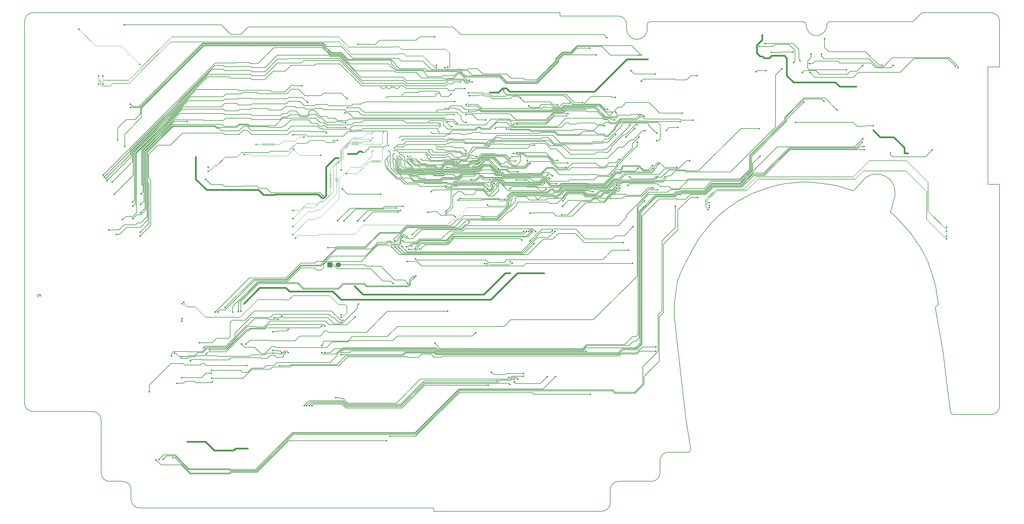
<source format=gbr>
*
G04 Job   : D:\PD-Master\Mas\Mas100n1 ACB_0001_0\Mas100n1 PPC_PORTABILE R_0.pcb*
G04 User  : SHINA:Administrator*
G04 Layer : 4-Internal3.gbr*
G04 Date  : Thu Feb 04 15:45:07 2021*
G04 RSM MASTER DESIGN srl*
%ICAS*%
%MOMM*%
%FSLAX24Y24*%
%OFA0.0000B0.0000*%
G90*
G74*
%AMVB_RECTANGLE*
21,1,$1,$2,0,0,$3*
%
%ADD12C,0.08000*%
%ADD10C,0.15000*%
%ADD13C,0.20000*%
%ADD15C,0.35000*%
%ADD11C,0.50000*%
%ADD14C,0.50800*%
%ADD17C,1.52400*%
%ADD16VB_RECTANGLE,1.52400X1.52400X270.00000*%
G01*
G54D10*
X39580Y653020D02*
X39620Y653080D01*
X39630Y653150*
X39600Y653230*
X39560Y653290*
X39490Y653340*
X39420Y653360*
X39350*
X39280Y653320*
X38370Y652420*
X38340Y652390*
X38330Y652350*
X38310Y652330*
X37570Y650550*
X37560Y650520*
Y650490*
Y650480*
Y649120*
Y649100*
X37570Y649070*
Y649050*
X38330Y647290*
X38360Y647240*
X38390Y647220*
X39300Y646460*
X39310Y646450*
X39330*
X39350Y646430*
X39400Y646400*
X40790Y646230*
X40850*
X42100Y646390*
X42150Y646400*
X42160Y646410*
X42190Y646430*
X42200Y646440*
X42220Y646450*
X43110Y647200*
Y647220*
X43130Y647230*
X43160Y647260*
X43720Y648400*
X43730Y648450*
Y648520*
X43810Y650000*
Y650030*
Y650080*
X43630Y651830*
X43620Y651850*
Y651880*
Y651890*
X43270Y652930*
X47150Y652320*
Y646430*
X47170Y646360*
X47210Y646300*
X47280Y646270*
X47350Y646260*
X47430Y646270*
X47500Y646300*
X47540Y646360*
X47560Y646430*
Y652490*
X47540Y652580*
X47490Y652630*
X47440Y652680*
X47390Y652690*
X43010Y653380*
X42950*
X42910Y653360*
X42870Y653330*
X42830Y653290*
X42790Y653240*
X42770Y653190*
X42760Y653150*
X42780Y653100*
X43220Y651790*
X43390Y650050*
Y650030*
Y650020*
X43320Y648550*
X42790Y647460*
X42000Y646790*
X40820Y646650*
X39510Y646800*
X38700Y647490*
X37970Y649170*
Y650430*
X38680Y652150*
X39580Y653020*
X235800Y1011600D02*
X572700Y1348500D01*
X633850*
X635640Y1350290*
X674560*
X678140Y1346710*
X700760*
X749380Y1395330*
X894925*
X918961Y1371294*
X948050*
X994244Y1325100*
X1111221*
X1116131Y1320190*
X1177384*
X1177574Y1320000*
X239600Y1005800D02*
X314757Y1080957D01*
Y1084928*
X571119Y1341290*
X597560*
X601140Y1337710*
X639560*
X640140Y1338290*
X679060*
X682640Y1334710*
X722280*
X759960Y1372390*
X913623*
X917719Y1368294*
X946808*
X1002500Y1312602*
X244400Y1001000D02*
X317757Y1074357D01*
Y1083685*
X563661Y1329590*
X597410*
X601290Y1325710*
X640110*
X640590Y1326190*
X679610*
X683090Y1322710*
X722280*
X760070Y1360500*
X792050*
X793540Y1361990*
X946808*
X1002500Y1306298*
X248000Y994500D02*
X320757Y1067257D01*
Y1082443*
X552604Y1314290*
X679560*
X683140Y1310710*
X721950*
X759740Y1348500*
X829800*
X837590Y1356290*
X946808*
X1002500Y1300598*
X252500Y846500D02*
X283200D01*
X298150Y861450*
X333600*
X339400Y867250*
X348924*
X367790Y886116*
Y984008*
X363210Y988588*
Y1082469*
X445131Y1164390*
X593460*
X600140Y1157710*
X636563*
X643943Y1165090*
X671369*
X676449Y1160010*
X752836*
X775116Y1182290*
X875336*
X888426Y1169200*
X900584*
X907174Y1162610*
X981910*
X989300Y1170000*
X1002500*
X263000Y990300D02*
X323757Y1051057D01*
Y1081200*
X549947Y1307390*
X614010*
X618750Y1302650*
X679200*
X683140Y1298710*
X721950*
X747590Y1324350*
X783100*
X800400Y1341650*
X871050*
X875790Y1346390*
X946808*
X1002500Y1290698*
X269900Y953600D02*
X326757Y1010457D01*
Y1079957*
X516089Y1269290*
X639710*
X642450Y1266550*
X738050*
X743190Y1261410*
X781960*
X801840Y1281290*
X808384*
X809774Y1279900*
X833500*
X275400Y832600D02*
X285300D01*
X307000Y854300*
X348474*
X370790Y876616*
Y985251*
X366210Y989831*
Y1081227*
X444773Y1159790*
X572836*
X577816Y1154810*
X585607*
X585707Y1154710*
X637806*
X645186Y1162090*
X670127*
X675207Y1157010*
X731890*
X734090Y1154810*
X772360*
X775200Y1157650*
X780400*
X800140Y1177390*
X852860*
X862850Y1167400*
X878226*
X887216Y1158410*
X892610*
X895190Y1160990*
X900584*
X907174Y1154400*
X964600*
X294400Y877500D02*
X303150Y886250D01*
X324924*
X336155Y897481*
Y1076627*
X476027Y1216500*
X590200*
X601390Y1227690*
X637110*
X642390Y1222410*
X679760*
X682850Y1225500*
X786250*
X794040Y1233290*
X826660*
X839240Y1220710*
X872010*
X875590Y1224290*
X910010*
X914490Y1219810*
X981910*
X986700Y1224600*
X1002500*
X325000Y917800D02*
X333109Y925909D01*
Y1077825*
X490335Y1235050*
X596350*
X601800Y1240500*
X638850*
X640640Y1242290*
X681010*
X682690Y1240610*
X789510*
X794190Y1245290*
X834710*
X850200Y1229800*
X325200Y880000D02*
X337450Y892250D01*
X349324*
X364790Y907716*
Y982765*
X360210Y987345*
Y1083712*
X449198Y1172700*
X489000*
X347700Y840000D02*
X373790Y866090D01*
Y986493*
X369210Y991073*
Y1079984*
X446016Y1156790*
X571593*
X576573Y1151810*
X584364*
X591764Y1144410*
X644156*
X658836Y1159090*
X668884*
X682264Y1145710*
X787960*
X801440Y1159190*
X880526*
X887216Y1152500*
X892800*
X895690Y1149610*
X976436*
X986826Y1160000*
X1002500*
X348800Y898500D02*
X361790Y911490D01*
Y981523*
X357210Y986103*
Y1084955*
X449745Y1177490*
X536060*
X537840Y1175710*
X597560*
X604140Y1182290*
X679560*
X683140Y1178710*
X767293*
X774593Y1186010*
X789510*
X796490Y1192990*
X822993*
X828773Y1187210*
X849827*
X856907Y1194290*
X875336*
X886126Y1183500*
X892626*
X905616Y1170510*
X934860*
X936540Y1172190*
X953584*
X955774Y1170000*
X964600*
X350100Y955000D02*
X355790Y960690D01*
Y979037*
X351210Y983617*
Y1087440*
X473060Y1209290*
X598010*
X603090Y1204210*
X640510*
X645450Y1209150*
X677700*
X680840Y1212290*
X729960*
X735440Y1206810*
X772610*
X782790Y1216990*
X813360*
X816640Y1213710*
X827410*
X827490Y1213790*
X840960*
X845340Y1209410*
X869110*
X871990Y1212290*
X895110*
X899700Y1207700*
X961950*
X967040Y1202610*
X1002190*
X1002500Y1202300*
X403600Y155600D02*
X417690Y169690D01*
X452576*
X494476Y127790*
X616527*
X618407Y125910*
X693953*
X804953Y236910*
X1173708*
X1305188Y368390*
X1558590*
X1595900Y405700*
X445000Y161900D02*
X451881D01*
X498571Y115210*
X615284*
X619984Y119910*
X697008*
X808008Y230910*
X1176193*
X1307673Y362390*
X1766193*
X1773673Y354910*
X1834627*
X1861268Y381551*
Y405242*
X1906815Y450789*
Y584689*
X1919899Y597773*
Y802999*
X1963136Y846236*
Y906210*
X2000726Y943800*
X2022800*
X457600Y384800D02*
X476588D01*
X483158Y391370*
X509842*
X514599Y386613*
X560813*
X564200Y390000*
X472500Y580000D02*
Y571800D01*
X472400Y571700*
X537962Y1402936D02*
X348090Y1213065D01*
Y1195416*
X331224Y1178550*
X305376*
X280000Y1153174*
Y1117300*
X539204Y1399936D02*
X351090Y1211822D01*
Y1184950*
X300900Y1134760*
Y1097800*
X544200Y998600D02*
X560300Y982500D01*
X596050*
X600840Y977710*
X653860*
X654440Y978290*
X697110*
X703657Y971743*
X726757*
X740413Y958087*
X887913*
X897000Y949000*
X546000Y473200D02*
X552850Y480050D01*
X605602*
X644610Y519058*
Y519084*
X669036Y543510*
X674127*
X678827Y548210*
X722069*
X726109Y552250*
X887250*
X892500Y557500*
X556100Y485500D02*
X606809D01*
X641610Y520301*
Y520327*
X667793Y546510*
X672884*
X677584Y551210*
X720827*
X731967Y562350*
X897650*
X902500Y557500*
X561100Y415500D02*
X544900D01*
X531000Y401600*
X472400*
X561600Y423800D02*
X648626D01*
X654216Y418210*
X670393*
X682883Y430700*
X718250*
X725750Y438200*
X748700*
X758570Y448070*
X918344*
X939350Y469076*
Y472924*
X949636Y483210*
X956069*
X958649Y485790*
X1233327*
X1238707Y480410*
X1680820*
X1682210Y481800*
X1687000*
X573100Y599200D02*
X675664Y701764D01*
X784970*
X829916Y746710*
X872460*
X877250Y751500*
X895850*
X936640Y792290*
X1024516*
X1068376Y836150*
X1128648*
X1148688Y856190*
X1293690*
X1316990Y879490*
X1373693*
X1374673Y878510*
X1422084*
X1474350Y930776*
Y940324*
X1480016Y945990*
X1507110*
X1517190Y935910*
X1566960*
X1572160Y941110*
X1601822*
X1603122Y942410*
X1615284*
X1618090Y945216*
Y948434*
X1630526Y960870*
X1679571*
X1688831Y951610*
X1718836*
X1729056Y961830*
X1752299*
X1758079Y967610*
X1767384*
X1770190Y970416*
Y977464*
X1778316Y985590*
X1793748*
X1796548Y988390*
X1894345*
X1896345Y990390*
X1919207*
X1924187Y995370*
X1989185*
X1993412Y999597*
X2149771*
X2178610Y1028436*
Y1071136*
X2283748Y1176273*
Y1184564*
X2342573Y1243390*
X2405610*
X2441500Y1207500*
X642400Y601300D02*
Y628324D01*
X701966Y687890*
X821936*
X838616Y671210*
X942655*
X956735Y685290*
X1021536*
X1028616Y678210*
X1152084*
X1156690Y682816*
Y695464*
X1169126Y707900*
X1175900*
X667500Y438600D02*
X545774D01*
X540184Y444190*
X532790*
X528410Y439810*
X481990*
X477410Y444390*
X439416*
X375000Y379974*
Y359400*
X746200Y475800D02*
X728117D01*
X722507Y470190*
X680690*
X677110Y466610*
X579440*
X578460Y467590*
X515239*
X512639Y464990*
X494616*
X490236Y460610*
X468616*
X465810Y463416*
Y464580*
X454590Y475800*
X449800*
X749500Y582300D02*
X767300D01*
X772500Y587500*
X762500Y577500D02*
X732100D01*
X729810Y579790*
X691440*
X670740Y559090*
X667673*
X635610Y527027*
Y522786*
X606334Y493510*
X547264*
X534744Y480990*
X532373*
X531593Y480210*
X486140*
X485760Y480590*
X447816*
X440600Y473374*
Y467500*
X767000Y438600D02*
X797607D01*
X800197Y441190*
X938264*
X965084Y468010*
X1136936*
X1145016Y476090*
X1230299*
X1235379Y471010*
X1786899*
X1792199Y476310*
X1839384*
X1857274Y494200*
X1897100*
X772500Y477500D02*
X767500Y482500D01*
X760782*
X759382Y483900*
X745200*
X772500Y587500D02*
X777500Y582500D01*
X911450*
X930140Y563810*
X953184*
X1000213Y610839*
Y620613*
X1003600Y624000*
X782500Y477500D02*
Y472750D01*
X782000Y472250*
X780532*
X777500Y469218*
Y465782*
X774468Y462750*
X757678*
X751938Y468490*
X737740*
X729460Y460210*
X710340*
X708260Y462290*
X620040*
X613160Y455410*
X531290*
X529510Y457190*
X502890*
X498300Y452600*
X792500Y477500D02*
X787750Y482250D01*
X780532*
X777500Y479218*
Y475782*
X774468Y472750*
X760532*
X757482Y475800*
X746200*
X792500Y547500D02*
X787500Y542500D01*
X760782*
X758282Y540000*
X745900*
X806600Y1132500D02*
X845100D01*
X848790Y1128810*
X957860*
X970850Y1141800*
X995786*
X997986Y1144000*
X1002500*
X892500Y477500D02*
X897250Y472750D01*
X934933*
X948393Y486210*
X954827*
X957407Y488790*
X1234569*
X1239949Y483410*
X1679577*
X1688057Y491890*
X1836864*
X1849896Y504921*
Y901512*
X1896573Y948190*
X1952631*
X1959651Y955210*
X1971312*
X1975047Y958945*
X2045082*
X2067201Y981064*
X2152452*
X2188697Y1017310*
X2221491*
X2297681Y1093500*
X2500700*
X2517800Y1110600*
X892500Y497500D02*
X897500Y502500D01*
Y509218*
X900671Y512389*
X971563*
X984474Y525300*
X1089100*
X1120200Y556400*
X1441400*
X1461150Y576150*
X1709224*
X1840896Y707821*
Y919570*
X1875516Y954190*
X1950145*
X1957165Y961210*
X1968827*
X1972562Y964945*
X2042596*
X2064716Y987064*
X2149966*
X2187610Y1024708*
Y1046210*
X2210000Y1068600*
X894562Y1399936D02*
X539204D01*
X894562D02*
X920204Y1374294D01*
X949293*
X977822Y1345765*
X1093376*
X1103131Y1336010*
X1105731*
X1116131Y1325610*
X1196464*
X1202074Y1320000*
X895804Y1402936D02*
X537962D01*
X902500Y477500D02*
X919150D01*
X930860Y489210*
X953584*
X956164Y491790*
X1235812*
X1241192Y486410*
X1678335*
X1690785Y498861*
X1816353*
X1829743Y512250*
X1837824*
X1846896Y521321*
Y902755*
X1895331Y951190*
X1951388*
X1958408Y958210*
X1970069*
X1973804Y961945*
X2043839*
X2065958Y984064*
X2151209*
X2190610Y1023465*
Y1025384*
X2261726Y1096500*
X2495100*
X2519400Y1120800*
X907400Y1138800D02*
X904013Y1142187D01*
X861113*
X859710Y1143590*
X800490*
X790610Y1133710*
X682264*
X669684Y1146290*
X656736*
X644156Y1133710*
X601390*
X597710Y1137390*
X474340*
X438200Y1101250*
X400276*
X372210Y1073184*
Y1004440*
X379190Y997460*
Y859790*
X346900Y827500*
X911500Y793500D02*
X933607D01*
X935397Y795290*
X1023273*
X1067133Y839150*
X1127405*
X1147445Y859190*
X1281690*
X1300950Y878450*
X1309024*
X1319864Y889290*
X1368384*
X1372200Y885474*
Y885326*
X1376016Y881510*
X1420022*
X1461910Y923398*
Y933874*
X1464100Y936064*
Y945674*
X1467416Y948990*
X1533584*
X1537500Y945074*
Y941926*
X1540516Y938910*
X1544484*
X1547350Y941776*
Y943124*
X1550316Y946090*
X1590241*
X1592221Y944110*
X1600579*
X1607884Y951415*
X1610740*
X1623196Y963870*
X1680813*
X1690073Y954610*
X1717593*
X1727813Y964830*
X1751056*
X1774816Y988590*
X1792505*
X1795305Y991390*
X1893102*
X1895672Y993960*
X1918534*
X1933324Y1008750*
X1941250*
X1956490Y1023990*
X1983230*
X1986360Y1020860*
X2121534*
X2256900Y1156226*
Y1312000*
X2276700Y1331800*
X940200Y874000D02*
X978235Y912035D01*
X1076709*
X1082274Y917600*
X1136500*
X951600Y471400D02*
X979626D01*
X980016Y471010*
X1135693*
X1143773Y479090*
X1231541*
X1236621Y474010*
X1785657*
X1797537Y485890*
X1839349*
X1855896Y502436*
Y888270*
X1907416Y939790*
X1962360*
X1963140Y939010*
X1986791*
X2000726Y952945*
X2047567*
X2069686Y975064*
X2155566*
X2190512Y1010010*
X2222677*
X2300167Y1087500*
X2523300*
X951600Y478400D02*
X968226D01*
X970416Y476210*
X975010*
X980890Y482090*
X1232784*
X1237864Y477010*
X1784414*
X1796294Y488890*
X1838107*
X1852896Y503679*
Y900270*
X1897816Y945190*
X1953873*
X1960893Y952210*
X1972555*
X1976290Y955945*
X2046324*
X2068444Y978064*
X2153694*
X2188640Y1013010*
X2221434*
X2298924Y1090500*
X2501943*
X2508843Y1097400*
X2522900*
X954700Y969900D02*
X970300Y954300D01*
X1069600*
X960000Y873700D02*
X995335Y909035D01*
X1077952*
X1081317Y912400*
X1117000*
X962000Y1198600D02*
X973163D01*
X988353Y1183410*
X1002500*
X968800Y1240900D02*
X951410Y1258290D01*
X899190*
X891410Y1250510*
X842690*
X823810Y1269390*
X801490*
X788310Y1256210*
X702240*
X698160Y1260290*
X655240*
X650200Y1255250*
X605100*
X596900Y1247050*
X498092*
X330109Y1079067*
Y935409*
X324700Y930000*
X980200Y1146600D02*
X995786D01*
X996196Y1147010*
X1002500*
X993200Y585000D02*
X969010Y560810D01*
X914916*
X908180Y567546*
Y568538*
X904468Y572250*
X737624*
X719584Y554210*
X695190*
X693310Y556090*
X668916*
X638610Y525784*
Y521544*
X607356Y490290*
X548287*
X535987Y477990*
X533616*
X532836Y477210*
X520616*
X511396Y467990*
X493373*
X490783Y465400*
X470600*
X1000300Y873800D02*
X1031700Y905200D01*
X1130000*
X1002500Y1144000D02*
X1088157D01*
X1090500Y1141657*
Y1104000*
X1094500Y1100000*
X1002500Y1147010D02*
X1013384D01*
X1018374Y1152000*
X1240157*
X1242500Y1149657*
Y1144000*
X1246500Y1140000*
X1002500Y1160000D02*
X1242500D01*
X1246500Y1164000*
X1002500Y1170000D02*
X1012609D01*
X1018609Y1176000*
X1138500*
X1146500Y1168000*
X1248157*
X1250500Y1165657*
Y1160000*
X1246500Y1156000*
X1002500Y1179990D02*
X974440D01*
X969960Y1175510*
X939090*
X932350Y1182250*
X914050*
X908400Y1187900*
X889126*
X870736Y1206290*
X858216*
X853900Y1201974*
Y1195526*
X848584Y1190210*
X830016*
X815236Y1204990*
X795990*
X788300Y1197300*
X776100*
X769510Y1190710*
X683040*
X679660Y1194090*
X640540*
X640160Y1193710*
X601140*
X597560Y1197290*
X465303*
X354210Y1086197*
Y984860*
X358790Y980280*
Y933690*
X348600Y923500*
X1002500Y1183410D02*
X1260990D01*
X1265300Y1179100*
X1282500*
X1002500Y1202300D02*
X1012800Y1192000D01*
X1264157*
X1265557Y1193400*
X1282500*
X1002500Y1214200D02*
X969800D01*
X1002500Y1224600D02*
X1011350D01*
X1015600Y1228850*
X1021459*
X1024609Y1232000*
X1264157*
X1264557Y1232400*
X1282500*
X1002500Y1290698D02*
X1013198Y1280000D01*
X1138500*
X1146500Y1272000*
X1269291*
X1274681Y1266610*
X1282500*
X1002500Y1300598D02*
X1015098Y1288000D01*
X1138500*
X1146500Y1280000*
X1265626*
X1271326Y1285700*
X1282500*
X1002500Y1306298D02*
X1012798Y1296000D01*
X1138500*
X1146500Y1288000*
X1265626*
X1274616Y1296990*
X1282500*
X1002500Y1312602D02*
X1008997Y1306105D01*
X1136395*
X1146500Y1296000*
X1269031*
X1273021Y1299990*
X1282500*
X1016750Y1080000D02*
X1024157D01*
X1026500Y1082343*
Y1085657*
X1028843Y1088000*
X1032157*
X1034500Y1090343*
Y1093657*
X1036843Y1096000*
X1082500*
X1086500Y1100000*
X1070500Y1276000D02*
X1074500Y1272000D01*
X1082500*
X1086500Y1276000*
X1084050Y1040000D02*
X1086500Y1037550D01*
Y1031883*
X1119906Y998477*
X1128497*
X1142824Y984150*
X1181150*
X1187990Y977310*
X1260460*
X1262940Y979790*
X1268610*
X1274190Y974210*
X1278584*
X1285184Y980810*
X1299075*
X1301555Y983290*
X1379336*
X1394916Y967710*
X1398884*
X1403990Y972816*
Y986664*
X1410516Y993190*
X1428027*
X1441027Y980190*
X1510427*
X1512807Y977810*
X1539807*
X1543007Y974610*
X1608567*
X1615127Y981170*
X1687979*
X1690019Y979130*
X1743537*
X1770210Y1005803*
Y1006984*
X1778462Y1015236*
X1791338*
X1796587Y1020485*
X1882659*
X1892390Y1030216*
Y1038564*
X1903816Y1049990*
X1907784*
X1922974Y1034800*
X1960400*
X1086500Y1060000D02*
X1083672Y1057172D01*
Y1040378*
X1084050Y1040000*
X1086500Y1244000D02*
X1090500Y1248000D01*
X1232157*
X1234500Y1250343*
Y1253657*
X1236843Y1256000*
X1248157*
X1250500Y1253657*
Y1250343*
X1252843Y1248000*
X1274000*
X1281800Y1255800*
X1088000Y212700D02*
X794041D01*
X698251Y116910*
X621227*
X616527Y112210*
X497328*
X470138Y139400*
X410000*
X394400Y155000*
X1092550Y1040000D02*
X1089810Y1037260D01*
Y1032816*
X1119382Y1003244*
X1131940*
X1146883Y988300*
X1199674*
X1201864Y986110*
X1254355*
X1255135Y986890*
X1267569*
X1270649Y983810*
X1297833*
X1300313Y986290*
X1385686*
X1393966Y978010*
X1398184*
X1400990Y980816*
Y987907*
X1409273Y996190*
X1429269*
X1441649Y983810*
X1511049*
X1514049Y980810*
X1555410*
X1562600Y988000*
X1094500Y1068000D02*
X1090500Y1064000D01*
Y1053159*
X1093290Y1050369*
Y1040740*
X1092550Y1040000*
X1099800D02*
Y1046709D01*
X1098500Y1048009*
Y1080000*
X1094500Y1084000*
X1102400Y795600D02*
X1126190Y771810D01*
X1511610*
X1558433Y818633*
X1587518*
X1604476Y835590*
X1655584*
X1682574Y808600*
X1799200*
X1102500Y1276000D02*
X1098500Y1272000D01*
X1090500*
X1086500Y1276000*
X1102500D02*
X1110500D01*
X1107600Y684800D02*
X1100300Y692100D01*
X1077650*
X1040040Y729710*
X940232*
X928442Y741500*
X917000*
X1109790Y1040000D02*
Y1030765D01*
X1122345Y1018210*
X1127607*
X1131827Y1013990*
X1151784*
X1170764Y995010*
X1201449*
X1204349Y992110*
X1251869*
X1257749Y997990*
X1291308*
X1291688Y997610*
X1306539*
X1316719Y1007790*
X1352116*
X1359916Y1015590*
X1363884*
X1369184Y1010290*
X1375033*
X1380133Y1005190*
X1432997*
X1436677Y1001510*
X1515336*
X1515516Y1001690*
X1519484*
X1528364Y992810*
X1547908*
X1556888Y1001790*
X1570636*
X1579216Y993210*
X1635660*
X1640000Y997550*
X1711476*
X1721456Y1007530*
X1758028*
X1777908Y1027410*
X1790784*
X1793590Y1030216*
Y1035007*
X1798573Y1039990*
X1847036*
X1859816Y1027210*
X1874810*
X1887600Y1040000*
X1110500Y1076000D02*
X1107000Y1072500D01*
Y1048709*
X1109790Y1045919*
Y1040000*
X1110500Y1084000D02*
X1114500Y1088000D01*
X1224157*
X1226500Y1085657*
Y1082121*
X1228621Y1080000*
X1271291*
X1272481Y1081190*
X1282500*
X1110500Y1276000D02*
X1114500Y1272000D01*
X1122500*
X1126500Y1276000*
X1113100Y795700D02*
X1133990Y774810D01*
X1500010*
X1531400Y806200*
X1115500Y1040000D02*
Y1055000D01*
X1110500Y1060000*
X1118500Y1040000D02*
Y1030541D01*
X1124831Y1024210*
X1130092*
X1133692Y1020610*
X1154360*
X1164180Y1010790*
X1180769*
X1190549Y1001010*
X1203935*
X1206835Y998110*
X1249384*
X1255264Y1003990*
X1293793*
X1294173Y1003610*
X1304053*
X1316453Y1016010*
X1351540*
X1357720Y1022190*
X1369483*
X1373883Y1026590*
X1404065*
X1417845Y1012810*
X1434240*
X1439540Y1007510*
X1512851*
X1513031Y1007690*
X1521969*
X1522349Y1007310*
X1553923*
X1554403Y1007790*
X1567290*
X1572000Y1012500*
X1118500Y1060000D02*
Y1040000D01*
Y1084000D02*
X1122500Y1080000D01*
X1208157*
X1210500Y1077657*
Y1074343*
X1212843Y1072000*
X1216157*
X1218500Y1069657*
Y1066343*
X1220843Y1064000*
X1265091*
X1268581Y1067490*
X1274810*
X1282100Y1060200*
X1282500*
X1122500Y1040000D02*
Y1064000D01*
X1118500Y1068000*
X1123200Y795600D02*
X1140990Y777810D01*
X1496236*
X1541744Y823318*
X1574818*
X1593900Y842400*
X1123500Y900300D02*
X1046900D01*
X1020000Y873400*
X1126500Y1040000D02*
Y1060000D01*
Y1124000D02*
X1130500Y1128000D01*
X1265491*
X1270681Y1133190*
X1275828*
X1278428Y1135790*
X1282500*
X1132026Y1040000D02*
X1130500Y1041526D01*
Y1064000*
X1126500Y1068000*
X1134500Y1116000D02*
X1138500Y1120000D01*
X1260691*
X1262281Y1118410*
X1270784*
X1273310Y1120936*
X1282500*
X1134500Y1252000D02*
X1142500Y1260000D01*
X1182500*
X1136200Y824200D02*
X1130990Y818990D01*
Y805373*
X1126117Y800500*
X1061326*
X1012196Y751370*
X908448*
X899090Y742012*
Y733716*
X891184Y725810*
X878390*
X871610Y732590*
X830281*
X788581Y690890*
X700723*
X625600Y615767*
Y599500*
X1142700Y1040000D02*
Y1051800D01*
X1134500Y1060000*
X1149200Y751400D02*
X1178957D01*
X1192547Y737810*
X1499260*
X1507240Y745790*
X1736184*
X1736674Y745300*
X1826900*
X1149200Y825400D02*
X1142610Y831990D01*
X1132973*
X1122290Y821307*
Y816516*
X1114784Y809010*
X1103007*
X1098927Y813090*
X1092473*
X1088593Y809210*
X1061551*
X1041631Y789290*
X937883*
X893090Y744497*
Y743516*
X890284Y740710*
X829916*
X786946Y697740*
X687640*
X602500Y612600*
X1150500Y1068000D02*
X1154500Y1064000D01*
Y1058343*
X1167153Y1045690*
X1168284*
X1173974Y1040000*
X1151900Y684800D02*
X1141350Y695350D01*
X1112250*
X1070240Y737360*
X1027216*
X1023076Y741500*
X942400*
X1154400Y787800D02*
X1171026D01*
X1173216Y785610*
X1177184*
X1180800Y789226*
Y795074*
X1190716Y804990*
X1270090*
X1290159Y825059*
X1511933*
X1527190Y840316*
Y844284*
X1524384Y847090*
X1520190*
X1515000Y841900*
X1158500Y1060000D02*
Y1058808D01*
X1168618Y1048690*
X1169527*
X1175607Y1042610*
X1183607*
X1186217Y1040000*
X1158500Y1068000D02*
X1162500Y1064000D01*
Y1059050*
X1167455Y1054095*
X1177979*
X1189464Y1042610*
X1205090*
X1207700Y1040000*
X1158743D02*
X1142500Y1056243D01*
Y1064950*
X1135450Y1072000*
X1130500*
X1126500Y1076000*
X1162985Y1040000D02*
X1150500Y1052485D01*
Y1060000*
X1171100Y703100D02*
X1159690Y691690D01*
Y681573*
X1153327Y675210*
X1027373*
X1020293Y682290*
X957978*
X943898Y668210*
X837373*
X820693Y684890*
X703209*
X649900Y631581*
Y601400*
X1173974Y1040000D02*
X1174374Y1039600D01*
X1182374*
X1191964Y1030010*
X1197984*
X1199564Y1031590*
X1232995*
X1237975Y1026610*
X1251236*
X1264626Y1040000*
X1175200Y759400D02*
X1178587Y756013D01*
X1178777Y756203*
X1386997*
X1394690Y748510*
X1440360*
X1448800Y756950*
X1737750*
X1766000Y785200*
X1814800*
X1175200Y790400D02*
Y795190D01*
X1188000Y807990*
X1268847*
X1288917Y828059*
X1508159*
X1522400Y842300*
X1177574Y1320000D02*
X1186900Y1310674D01*
Y1310126*
X1193026Y1304000*
X1258391*
X1261981Y1300410*
X1269198*
X1271778Y1302990*
X1282500*
X1186217Y1040000D02*
X1186607Y1039610D01*
X1203847*
X1207047Y1036410*
X1232995*
X1239795Y1029610*
X1249993*
X1260383Y1040000*
X1186400Y789100D02*
X1191190D01*
X1193810Y791720*
Y792384*
X1203416Y801990*
X1271333*
X1289933Y820590*
X1489510*
X1494400Y815700*
X1202074Y1320000D02*
X1206800Y1315274D01*
Y1311026*
X1209616Y1308210*
X1254910*
X1257000Y1310300*
X1282500*
X1206500Y1076000D02*
Y1072000D01*
X1208157*
X1210500Y1069657*
Y1064000*
X1214500Y1060000*
X1207700Y1040000D02*
X1208290Y1039410D01*
X1234237*
X1241037Y1032610*
X1248751*
X1256141Y1040000*
X1214500Y1060000D02*
X1218500D01*
Y1058343*
X1220843Y1056000*
X1256157*
X1257347Y1057190*
X1282500*
X1214500Y1084000D02*
Y1080000D01*
X1216157*
X1224157Y1072000*
X1268691*
X1272681Y1075990*
X1282210*
X1282500Y1075700*
X1232400Y1427400D02*
X1187174D01*
X1176774Y1417000*
X1066000*
X1053410Y1404410*
X1035416*
X1034626Y1405200*
X1000900*
X1238500Y1092000D02*
X1242500Y1088000D01*
X1262391*
X1266201Y1084190*
X1282500*
X1238500Y1204000D02*
X1242500Y1208000D01*
X1272791*
X1277981Y1213190*
X1282500*
X1246500Y1260000D02*
X1242500Y1264000D01*
X1186500*
X1182500Y1260000*
X1256141Y1040000D02*
X1264331Y1048190D01*
X1282500*
X1260383Y1040000D02*
X1265573Y1045190D01*
X1282500*
X1264626Y1040000D02*
X1266816Y1042190D01*
X1282500*
X1271000Y601400D02*
X1090100D01*
X1027310Y538610*
X913262*
X909622Y542250*
X900532*
X897500Y539218*
Y535782*
X889218Y527500*
X827500*
X812750Y512750*
X738278*
X736638Y514390*
X677390*
X665500Y502500*
X1282500Y1042190D02*
X1283784D01*
X1289364Y1036610*
X1303112*
X1306712Y1040210*
X1332493*
X1339309Y1047025*
X1343987*
X1346552Y1049590*
X1361269*
X1378469Y1066790*
X1410312*
X1431492Y1045610*
X1439784*
X1443000Y1048826*
Y1049374*
X1446216Y1052590*
X1450184*
X1465364Y1037410*
X1501784*
X1510600Y1046226*
Y1055600*
X1282500Y1045190D02*
X1285027D01*
X1290607Y1039610*
X1301869*
X1305469Y1043210*
X1331251*
X1338451Y1050410*
X1343129*
X1345509Y1052790*
X1360227*
X1377227Y1069790*
X1411555*
X1414555Y1066790*
X1441593*
X1467973Y1040410*
X1478384*
X1489800Y1051826*
Y1068600*
X1282500Y1048190D02*
X1286269D01*
X1291849Y1042610*
X1300627*
X1310827Y1052810*
X1329169*
X1329769Y1053410*
X1341887*
X1344267Y1055790*
X1358984*
X1375984Y1072790*
X1412797*
X1415797Y1069790*
X1442836*
X1458526Y1054100*
X1475600*
X1282500Y1051190D02*
X1263088D01*
X1254308Y1042410*
X1209533*
X1206333Y1045610*
X1191233*
X1176843Y1060000*
X1166500*
X1282500Y1054190D02*
X1258590D01*
X1257400Y1053000*
X1218374*
X1215779Y1055595*
X1194905*
X1190500Y1060000*
X1282500Y1057190D02*
X1289997D01*
X1290877Y1056310*
X1304027*
X1306527Y1058810*
X1326684*
X1332244Y1064370*
X1332669*
X1339090Y1070790*
X1348784*
X1352074Y1067500*
X1358500*
X1282500Y1060200D02*
X1291230D01*
X1292120Y1059310*
X1302784*
X1311864Y1068390*
X1332447*
X1356267Y1092210*
X1511836*
X1521126Y1101500*
X1531800*
X1282500Y1075700D02*
X1294100Y1064100D01*
X1300800*
X1282500Y1081190D02*
X1295693D01*
X1297473Y1079410*
X1308143*
X1315943Y1071610*
X1327984*
X1342100Y1085726*
Y1090674*
X1346636Y1095210*
X1392833*
X1402413Y1104790*
X1443460*
X1445240Y1103010*
X1517846*
X1521126Y1106290*
X1565484*
X1581164Y1090610*
X1598010*
X1627290Y1061330*
X1741722*
X1742842Y1062450*
X1752000*
X1785300Y1095750*
X1799150*
X1819550Y1116150*
X1828300*
X1857350Y1145200*
X1864900*
X1282500Y1084190D02*
X1296936D01*
X1298716Y1082410*
X1309933*
X1315943Y1076400*
X1326000*
X1282500Y1096790D02*
X1267181D01*
X1266391Y1096000*
X1242500*
X1238500Y1100000*
X1282500Y1110690D02*
X1280557D01*
X1277467Y1107600*
X1270091*
X1266491Y1104000*
X1146500*
X1138500Y1096000*
X1114500*
X1110500Y1092000*
X1282500Y1117090D02*
X1274823D01*
X1269733Y1112000*
X1146500*
X1138500Y1104000*
X1122500*
X1118500Y1100000*
X1282500Y1120936D02*
X1285710D01*
X1287836Y1118810*
X1327560*
X1328540Y1119790*
X1344610*
X1346390Y1118010*
X1406684*
X1419264Y1130590*
X1586836*
X1608729Y1108697*
X1626269*
X1627256Y1107710*
X1704184*
X1708346Y1111872*
X1736614*
X1744932Y1120190*
X1755364*
X1795000Y1159826*
Y1165074*
X1798016Y1168090*
X1871984*
X1874950Y1165124*
Y1161476*
X1895639Y1140787*
X1896713*
X1900100Y1137400*
X1282500Y1143398D02*
X1275292Y1136190D01*
X1270773*
X1270583Y1136000*
X1226500*
X1222500Y1140000*
X1282500Y1149610D02*
X1271233D01*
X1258500Y1162343*
Y1173657*
X1256157Y1176000*
X1218400*
X1214500Y1172100*
Y1172000*
X1282500Y1157000D02*
X1280933D01*
X1266555Y1171378*
Y1172895*
X1259460Y1179990*
X1002500*
X1282500Y1172600D02*
X1271400D01*
X1282500Y1179100D02*
X1288300D01*
X1300000Y1167400*
X1282500Y1193400D02*
X1289600D01*
X1282500Y1200000D02*
X1020359D01*
X1010059Y1210300*
X1008526*
X1004626Y1214200*
X1002500*
X1282500Y1213190D02*
X1293160D01*
X1296500Y1209850*
X1305450*
X1316900Y1198400*
X1343100*
X1345090Y1196410*
X1458190*
X1476390Y1178210*
X1566927*
X1590927Y1202210*
X1618551*
X1625551Y1209210*
X1685297*
X1689377Y1213290*
X1715193*
X1744473Y1184010*
X1763407*
X1763907Y1183510*
X1778376*
X1786456Y1191590*
X1809560*
X1809940Y1191210*
X1818960*
X1822440Y1194690*
X1855110*
X1861600Y1188200*
X1282500Y1219690D02*
X1280239D01*
X1272549Y1212000*
X1262500*
X1282500Y1232400D02*
X1292200D01*
X1282500Y1266610D02*
X1289860D01*
X1294350Y1271100*
X1323100*
X1282500Y1285700D02*
X1284400D01*
X1290900Y1292200*
X1310400*
X1282500Y1296990D02*
X1317593D01*
X1325873Y1288710*
X1332753*
X1335543Y1291500*
X1344600*
X1282500Y1299990D02*
X1318836D01*
X1327116Y1291710*
X1331510*
X1336500Y1296700*
X1282500Y1302990D02*
X1288916D01*
X1303916Y1317990*
X1307884*
X1325713Y1300161*
Y1299887*
X1329100Y1296500*
X1282500Y1310300D02*
X1291983D01*
X1302673Y1320990*
X1309127*
X1324107Y1306010*
X1427431*
X1446831Y1286610*
X1540012*
X1605110Y1351708*
Y1358384*
X1619626Y1372900*
X1717500*
X1284400Y1157000D02*
X1282500D01*
X1294500Y886000D02*
X1288810Y891690D01*
X1270390*
X1268310Y889610*
X1251490*
X1239310Y901790*
X1222616*
X1220426Y899600*
X1211600*
X1297400Y1050400D02*
X1292545D01*
X1288755Y1054190*
X1282500*
X1326000Y1084200D02*
X1316700Y1093500D01*
X1289450*
X1286160Y1096790*
X1282500*
X1326000Y1170000D02*
X1321210D01*
X1312100Y1179110*
Y1188074*
X1300174Y1200000*
X1282500*
X1333800Y1203900D02*
X1358326D01*
X1360416Y1205990*
X1367584*
X1372764Y1200810*
X1585285*
X1589685Y1205210*
X1617308*
X1624308Y1212210*
X1684055*
X1688135Y1216290*
X1716436*
X1745716Y1187010*
X1764649*
X1765149Y1186510*
X1777133*
X1779939Y1189316*
Y1197061*
X1775800Y1201200*
X1333800Y1219400D02*
X1359183D01*
X1366593Y1211990*
X1370069*
X1375249Y1206810*
X1582799*
X1587199Y1211210*
X1614823*
X1621823Y1218210*
X1681569*
X1685649Y1222290*
X1728503*
X1749593Y1201200*
X1762800*
X1335300Y871700D02*
Y866910D01*
X1330821Y862431*
X1324381*
X1312140Y850190*
X1182990*
X1164800Y832000*
X1341600Y998400D02*
X1356883D01*
X1365773Y1007290*
X1373790*
X1378890Y1002190*
X1431755*
X1444135Y989810*
X1513535*
X1516535Y986810*
X1550393*
X1559373Y995790*
X1566439*
X1581619Y980610*
X1606081*
X1612641Y987170*
X1690465*
X1692505Y985130*
X1741052*
X1764210Y1008288*
Y1009469*
X1775977Y1021236*
X1788853*
X1796590Y1028973*
Y1033764*
X1799816Y1036990*
X1845793*
X1858573Y1024210*
X1879610*
X1887600Y1032200*
X1345090Y1138390D02*
X1346596Y1139896D01*
X1370554*
X1373840Y1136610*
X1548210*
X1551490Y1139890*
X1345090Y1138390D02*
X1342900Y1136200D01*
X1329100*
X1326710Y1133810*
X1313090*
X1311110Y1135790*
X1282500*
X1356200Y537100D02*
X1346100Y527000D01*
X1120200*
X1107300Y514100*
X977517*
X972806Y509389*
X923415*
X918150Y504124*
Y503176*
X907724Y492750*
X756078*
X752638Y496190*
X744216*
X733200Y485174*
Y485126*
X722184Y474110*
X710590*
X690950Y493750*
X661350*
X651800Y503300*
X1378000Y886300D02*
X1420569D01*
X1454410Y920141*
Y931284*
X1459190Y936064*
Y945007*
X1466173Y951990*
X1534827*
X1537407Y949410*
X1591163*
X1593463Y947110*
X1599337*
X1606641Y954415*
X1608594*
X1621050Y966870*
X1682056*
X1684326Y964600*
X1696774*
X1699374Y962000*
X1708200*
X1385800Y1177800D02*
X1361800D01*
X1346200Y1193400*
X1326000*
X1388400Y1107600D02*
X1395810Y1115010D01*
X1407927*
X1418307Y1125390*
X1429110*
X1433490Y1121010*
X1554379*
X1558759Y1125390*
X1572384*
X1592364Y1105410*
X1625313*
X1626013Y1104710*
X1705427*
X1707807Y1107090*
X1736614*
X1739724Y1110200*
X1752400*
X1775800Y1133600*
X1398100Y997200D02*
X1378890D01*
X1371800Y1004290*
X1367016*
X1356314Y993588*
X1299126*
X1297137Y991600*
X1291800*
X1411200Y987100D02*
X1406990Y982890D01*
Y971573*
X1400127Y964710*
X1393673*
X1378093Y980290*
X1302798*
X1300318Y977810*
X1286427*
X1279827Y971210*
X1269990*
X1266200Y975000*
X1419600Y980200D02*
Y972674D01*
X1403550Y956624*
Y955876*
X1399084Y951410*
X1395116*
X1392310Y954216*
Y954407*
X1379027Y967690*
X1285916*
X1281800Y963574*
Y917800*
X1266200Y902200*
X1424800Y985400D02*
Y964326D01*
X1408884Y948410*
X1393873*
X1389310Y952973*
Y953164*
X1377784Y964690*
X1357216*
X1354300Y961774*
Y957526*
X1348784Y952010*
X1322990*
X1313410Y961590*
X1300616*
X1286350Y947324*
Y914550*
X1266200Y894400*
X1424800Y1029600D02*
X1396610Y1057790D01*
X1383869*
X1363269Y1037190*
X1351507*
X1345327Y1031010*
X1310240*
X1305840Y1026610*
X1259721*
X1253721Y1020610*
X1235489*
X1230509Y1025590*
X1202049*
X1200469Y1024010*
X1188763*
X1185763Y1027010*
X1169173*
X1161510Y1034673*
Y1037233*
X1158743Y1040000*
X1443000Y938700D02*
X1429151D01*
X1427261Y940590*
X1381564*
X1379984Y939010*
X1376016*
X1373826Y941200*
X1307800*
X1458600Y1060800D02*
X1446610Y1072790D01*
X1417040*
X1414040Y1075790*
X1373564*
X1358984Y1061210*
X1343790*
X1342010Y1062990*
X1335532*
X1333912Y1061370*
X1333487*
X1327927Y1055810*
X1309584*
X1299384Y1045610*
X1293092*
X1287512Y1051190*
X1282500*
X1469000Y1162200D02*
X1476010Y1169210D01*
X1567860*
X1594650Y1196000*
X1632800*
X1477800Y996700D02*
X1505000D01*
X1482000Y1021800D02*
X1456617D01*
X1448827Y1029590*
X1431564*
X1426784Y1024810*
X1422816*
X1408350Y1039276*
Y1040324*
X1393884Y1054790*
X1385112*
X1364512Y1034190*
X1352749*
X1346569Y1028010*
X1311483*
X1307083Y1023610*
X1260964*
X1254964Y1017610*
X1234247*
X1229267Y1022590*
X1203292*
X1201712Y1021010*
X1187520*
X1184520Y1024010*
X1167931*
X1159331Y1032610*
X1147216*
X1142700Y1037126*
Y1040000*
X1490000Y1243200D02*
X1484710Y1248490D01*
X1466890*
X1459010Y1240610*
X1406764*
X1397584Y1249790*
X1379330*
X1376330Y1252790*
X1365616*
X1363426Y1250600*
X1336400*
X1490000Y1243200D02*
X1501700Y1231500D01*
X1579443*
X1588943Y1222000*
X1601600*
X1500200Y842400D02*
X1495510Y837710D01*
X1288905*
X1267605Y816410*
X1187525*
X1178025Y806910*
X1164136*
X1152926Y795700*
X1146600*
X1505000Y996700D02*
X1510926D01*
X1517816Y989810*
X1549151*
X1558131Y998790*
X1567681*
X1581071Y985400*
X1599000*
X1508000Y842400D02*
X1499659Y834059D01*
X1289497*
X1268847Y813410*
X1188767*
X1179267Y803910*
X1167910*
X1162200Y798200*
X1518400Y813800D02*
X1544110Y839510D01*
X1545410*
X1554590Y848690*
X1655304*
X1684884Y819110*
X1765860*
X1775650Y828900*
X1801800*
X1829600Y856700*
X1519100Y1046200D02*
X1504310Y1031410D01*
X1453007*
X1448827Y1035590*
X1433027*
X1407827Y1060790*
X1380955*
X1363755Y1043590*
X1353664*
X1344084Y1034010*
X1308997*
X1304597Y1029610*
X1258479*
X1252479Y1023610*
X1236732*
X1231752Y1028590*
X1200807*
X1199227Y1027010*
X1190005*
X1187005Y1030010*
X1170416*
X1164510Y1035916*
Y1038475*
X1162985Y1040000*
X1535700Y841300D02*
X1526910Y850090D01*
X1322801*
X1316218Y843507*
X1277081*
X1252984Y819410*
X1186282*
X1176782Y809910*
X1162893*
X1162393Y809410*
X1140690*
X1136200Y813900*
X1551490Y1139890D02*
X1592647D01*
X1601827Y1130710*
X1669527*
X1670687Y1131870*
X1740450*
X1745210Y1127110*
X1753227*
X1776290Y1150173*
Y1154664*
X1792716Y1171090*
X1873227*
X1874838Y1169479*
X1902696*
X1910590Y1161584*
Y1120816*
X1904774Y1115000*
X1899600*
X1566800Y969000D02*
X1561810Y964010D01*
X1549364*
X1538564Y974810*
X1511564*
X1509184Y977190*
X1465990*
X1458600Y969800*
X1578200Y1001000D02*
X1574410Y1004790D01*
X1555645*
X1555165Y1004310*
X1521107*
X1520727Y1004690*
X1514273*
X1514093Y1004510*
X1438297*
X1432997Y1009810*
X1416603*
X1409813Y1016600*
X1367117*
X1365127Y1018590*
X1358363*
X1352783Y1013010*
X1317696*
X1305296Y1000610*
X1292931*
X1292551Y1000990*
X1256507*
X1250627Y995110*
X1205592*
X1202692Y998010*
X1187119*
X1177339Y1007790*
X1162227*
X1152407Y1017610*
X1132449*
X1128849Y1021210*
X1123588*
X1115500Y1029298*
Y1040000*
X1586000Y1008800D02*
X1582613Y1012187D01*
X1580063*
X1573460Y1018790*
X1561849*
X1553849Y1010790*
X1553160*
X1552680Y1010310*
X1523592*
X1523212Y1010690*
X1511788*
X1511608Y1010510*
X1440783*
X1435483Y1015810*
X1419088*
X1397908Y1036990*
X1380040*
X1368240Y1025190*
X1356477*
X1350297Y1019010*
X1315211*
X1302811Y1006610*
X1295416*
X1288436Y1013590*
X1263672*
X1258692Y1008610*
X1230519*
X1225539Y1013590*
X1207020*
X1205440Y1012010*
X1183792*
X1180792Y1015010*
X1164203*
X1155603Y1023610*
X1134935*
X1131335Y1027210*
X1126073*
X1121510Y1031773*
Y1038227*
X1122500Y1039217*
Y1040000*
X1586200Y843900D02*
X1581082Y838782D01*
X1550456*
X1492484Y780810*
X1149790*
X1133500Y797100*
X1601600Y1055600D02*
X1589626D01*
X1565836Y1079390*
X1485331*
X1484941Y1079000*
X1479400*
X1617200Y933400D02*
X1624090Y940290D01*
Y945948*
X1633012Y954870*
X1677085*
X1686345Y945610*
X1731284*
X1741504Y955830*
X1754784*
X1760564Y961610*
X1769869*
X1775869Y967610*
X1778400*
Y972400*
X1627600Y1034800D02*
X1601941D01*
X1570731Y1066010*
X1506871*
X1499491Y1073390*
X1487816*
X1481026Y1066600*
X1464700*
X1628640Y1189300D02*
X1592193D01*
X1567293Y1164400*
X1479500*
X1632000Y1047900D02*
X1593083D01*
X1571973Y1069010*
X1508114*
X1500734Y1076390*
X1486573*
X1484393Y1074210*
X1477416*
X1475226Y1076400*
X1469000*
X1638000Y1227200D02*
X1617595D01*
X1607605Y1217210*
X1588943*
X1581963Y1224190*
X1552816*
X1549850Y1221224*
Y1217976*
X1546884Y1215010*
X1519990*
X1515200Y1219800*
X1677100Y1229000D02*
X1652324D01*
X1626834Y1254490*
X1446820*
X1439900Y1261410*
Y1266200*
X1697800Y1393600D02*
X1661088D01*
X1643388Y1375900*
X1618383*
X1602110Y1359627*
Y1352951*
X1538769Y1289610*
X1448073*
X1428460Y1309223*
X1325136*
X1310369Y1323990*
X1301431*
X1300451Y1323010*
X1203307*
X1197707Y1328610*
X1119016*
X1102400Y1345226*
Y1353574*
X1099184Y1356790*
X971040*
X950536Y1377294*
X921446*
X895804Y1402936*
X1699300Y352100D02*
X1644674D01*
X1644474Y352300*
X1530100*
X1525210Y357190*
X1306716*
X1175126Y225600*
X1098200*
X1742000Y1159600D02*
X1724158D01*
X1710868Y1146310*
X1688290*
X1685810Y1148790*
X1651410*
X1649030Y1146410*
X1521551*
X1518004Y1149958*
X1461940*
X1457498Y1154400*
X1445600*
X1444813Y1155187*
X1417787*
X1414400Y1151800*
X1749800Y1424800D02*
X1740950Y1433650D01*
X1310754*
X1287114Y1457290*
X671705*
X649475Y1435060*
X619577*
X590837Y1463800*
X299000*
X1752400Y1209000D02*
X1746035D01*
X1729745Y1225290*
X1684407*
X1680327Y1221210*
X1620580*
X1613580Y1214210*
X1567790*
X1565610Y1216390*
X1559590*
X1555210Y1212010*
X1374292*
X1371312Y1214990*
X1370436*
X1361181Y1224245*
X1333861*
X1332719Y1225387*
X1329387*
X1326000Y1222000*
X1761400Y941200D02*
X1796250D01*
X1802491Y947441*
X1855866*
X1877816Y969390*
X1883060*
X1885350Y967100*
X1902000*
X1773200Y1177800D02*
X1765374D01*
X1762164Y1181010*
X1743231*
X1721991Y1202250*
X1690150*
X1687610Y1204790*
X1625373*
X1619793Y1199210*
X1592170*
X1568170Y1175210*
X1462707*
X1458127Y1179790*
X1402890*
X1385710Y1162610*
X1298016*
X1288026Y1172600*
X1282500*
X1774800Y1245300D02*
X1765974D01*
X1763784Y1247490*
X1702364*
X1679084Y1224210*
X1647764*
X1620484Y1251490*
X1447790*
X1444710Y1248410*
X1404384*
X1397584Y1255210*
X1379520*
X1376330Y1258400*
X1333800*
X1780300Y980800D02*
X1776913Y977413D01*
X1776639*
X1773190Y973964*
Y969173*
X1768627Y964610*
X1759321*
X1753541Y958830*
X1740261*
X1730041Y948610*
X1687588*
X1678328Y957870*
X1631769*
X1621090Y947191*
Y943973*
X1616527Y939410*
X1614110*
X1600710Y926010*
X1579040*
X1575160Y929890*
X1483016*
X1478750Y925624*
Y921176*
X1460274Y902700*
X1454426*
X1427236Y875510*
X1373431*
X1372451Y876490*
X1329090*
X1305790Y853190*
X1149931*
X1129131Y832390*
X1123016*
X1109413Y818787*
Y817187*
X1112800Y813800*
X1787000Y1059400D02*
X1776350Y1048750D01*
X1757524*
X1744704Y1035930*
X1728412*
X1717052Y1047290*
X1646864*
X1629584Y1030010*
X1602488*
X1579908Y1052590*
X1518716*
X1514310Y1048184*
Y1045693*
X1503027Y1034410*
X1454249*
X1450040Y1038619*
X1434240*
X1409069Y1063790*
X1379712*
X1362512Y1046590*
X1347795*
X1345230Y1044025*
X1340551*
X1333736Y1037210*
X1307955*
X1303355Y1032610*
X1279816*
X1277626Y1034800*
X1268800*
X1788000Y980600D02*
X1783600Y976200D01*
Y968567*
X1779643Y964610*
X1777112*
X1771112Y958610*
X1763551*
X1746551Y941610*
X1737140*
X1736360Y942390*
X1709019*
X1701759Y935130*
X1634630*
X1617000Y917500*
X1788800Y972400D02*
Y967610D01*
X1782800Y961610*
X1778355*
X1772355Y955610*
X1764793*
X1741893Y932710*
X1728040*
X1721360Y939390*
X1710262*
X1703002Y932130*
X1672404*
X1632774Y892500*
X1614500*
X1819900Y1163300D02*
X1816513Y1159913D01*
Y1157339*
X1748724Y1089550*
X1743892*
X1741072Y1086730*
X1639751*
X1624071Y1102410*
X1591121*
X1577941Y1115590*
X1412749*
X1409169Y1112010*
X1401147*
X1391947Y1102810*
X1386416*
X1380115Y1109111*
X1325298*
X1318599Y1115810*
X1286593*
X1285313Y1117090*
X1282500*
X1822600Y1326000D02*
X1832900Y1315700D01*
X1895700*
X1833900Y1152300D02*
X1830513Y1148913D01*
X1830113*
X1807000Y1125800*
X1840000Y1163300D02*
X1835210D01*
X1834690Y1162780*
Y1161316*
X1806224Y1132850*
X1799476*
X1762850Y1096224*
Y1090576*
X1751884Y1079610*
X1742982*
X1741522Y1081070*
X1719678*
X1713018Y1074410*
X1640204*
X1615204Y1099410*
X1578664*
X1565484Y1112590*
X1413992*
X1410412Y1109010*
X1402390*
X1393190Y1099810*
X1385173*
X1378872Y1106111*
X1324055*
X1319476Y1110690*
X1282500*
X1841100Y1110500D02*
Y1099274D01*
X1782990Y1041164*
Y1039273*
X1754247Y1010530*
X1722128*
X1719068Y1013590*
X1692490*
X1691610Y1012710*
X1607064*
X1587984Y1031790*
X1570607*
X1552607Y1013790*
X1551917*
X1551437Y1013310*
X1524835*
X1524455Y1013690*
X1510545*
X1510365Y1013510*
X1442025*
X1436725Y1018810*
X1420331*
X1399151Y1039990*
X1378797*
X1366997Y1028190*
X1355235*
X1349055Y1022010*
X1313968*
X1309568Y1017610*
X1263449*
X1257449Y1011610*
X1231761*
X1226781Y1016590*
X1205777*
X1204197Y1015010*
X1185035*
X1182035Y1018010*
X1165445*
X1156845Y1026610*
X1136177*
X1132577Y1030210*
X1127316*
X1124510Y1033016*
Y1036984*
X1126500Y1038974*
Y1040000*
X1843400Y1032200D02*
X1834685Y1023485D01*
X1795345*
X1790096Y1018236*
X1777219*
X1767210Y1008227*
Y1007045*
X1742295Y982130*
X1691262*
X1689222Y984170*
X1613884*
X1607324Y977610*
X1580376*
X1565196Y992790*
X1560616*
X1551636Y983810*
X1515292*
X1512292Y986810*
X1442892*
X1430512Y999190*
X1406864*
X1396964Y989290*
X1299070*
X1296590Y986810*
X1271892*
X1268812Y989890*
X1253892*
X1253112Y989110*
X1203107*
X1200207Y992010*
X1169521*
X1159381Y1002150*
X1137276*
X1131000Y1008426*
Y1010574*
X1126364Y1015210*
X1117816*
X1099800Y1033226*
Y1040000*
X1846000Y1125800D02*
X1826400Y1106200D01*
Y1092026*
X1779990Y1045616*
Y1040516*
X1776174Y1036700*
X1749717*
X1745947Y1032930*
X1727169*
X1726709Y1033390*
X1642314*
X1635934Y1027010*
X1597007*
X1589227Y1034790*
X1569364*
X1551364Y1016790*
X1550675*
X1550195Y1016310*
X1526077*
X1525697Y1016690*
X1509303*
X1509123Y1016510*
X1457664*
X1447584Y1026590*
X1432807*
X1428027Y1021810*
X1421573*
X1400393Y1042990*
X1377555*
X1365755Y1031190*
X1353992*
X1347812Y1025010*
X1312725*
X1308325Y1020610*
X1262207*
X1256207Y1014610*
X1233004*
X1228024Y1019590*
X1204535*
X1202955Y1018010*
X1186277*
X1183277Y1021010*
X1166688*
X1158088Y1029610*
X1142416*
X1132026Y1040000*
X1846500Y1372500D02*
X1760474D01*
X1734584Y1398390*
X1661636*
X1642146Y1378900*
X1617141*
X1599110Y1360869*
Y1354193*
X1537527Y1292610*
X1449316*
X1429703Y1312223*
X1344577*
X1331210Y1325590*
X1313012*
X1311612Y1326990*
X1300188*
X1299208Y1326010*
X1209657*
X1204057Y1331610*
X1126416*
X1114100Y1343926*
Y1347074*
X1101384Y1359790*
X972282*
X951778Y1380294*
X922689*
X897047Y1405936*
X536719*
X345493Y1214710*
X324147*
X323757Y1215100*
X318300*
X1849800Y1186900D02*
X1841310Y1178410D01*
X1791473*
X1778973Y1165910*
X1759473*
X1755793Y1169590*
X1744232*
X1737572Y1162930*
X1719178*
X1713518Y1168590*
X1661440*
X1657360Y1164510*
X1638510*
X1634330Y1168690*
X1626656*
X1612376Y1154410*
X1464240*
X1449060Y1169590*
X1418807*
X1398127Y1148910*
X1372232*
X1367552Y1153590*
X1362616*
X1355426Y1146400*
X1285502*
X1282500Y1143398*
X1853200Y1293600D02*
X1859960Y1300360D01*
X1953475*
X1955825Y1298010*
X1989360*
X2001750Y1310400*
X2020200*
X1853300Y1372500D02*
X1824410Y1401390D01*
X1660393*
X1640903Y1381900*
X1615898*
X1596110Y1362112*
Y1355436*
X1538284Y1297610*
X1503890*
X1498900Y1302600*
X1461450*
X1448827Y1315223*
X1377557*
X1360791Y1331990*
X1334290*
X1331310Y1329010*
X1313835*
X1312855Y1329990*
X1298945*
X1297965Y1329010*
X1221963*
X1196773Y1354200*
X1131250*
X1122095Y1363355*
X986823*
X951778Y1398399*
X908827*
X898290Y1408936*
X535010*
X343784Y1217710*
X325390*
X318100Y1225000*
X1862900Y934000D02*
X1843896Y914996D01*
Y531821*
X1837424Y525350*
X1827143*
X1803653Y501861*
X1689543*
X1677092Y489410*
X1248016*
X1241910Y495516*
Y497090*
X1233000Y506000*
X1888300Y972200D02*
X1884913Y975587D01*
X1884561*
X1881364Y972390*
X1873464*
X1851584Y950510*
X1807940*
X1804660Y953790*
X1774777*
X1773597Y952610*
X1766036*
X1741976Y928550*
X1687076*
X1646236Y887710*
X1597890*
X1587810Y897790*
X1531116*
X1530326Y897000*
X1518400*
X1897300Y481300D02*
X1848617D01*
X1840335Y473019*
X1793151*
X1787322Y467190*
X1256740*
X1253060Y463510*
X1228816*
X1225550Y466776*
Y469824*
X1222284Y473090*
X1193440*
X1183660Y463310*
X1151840*
X1150160Y464990*
X971414*
X944614Y438190*
X801987*
X797607Y433810*
X759140*
X758760Y434190*
X745540*
X739050Y427700*
X684126*
X656826Y400400*
X561600*
X1900600Y1003600D02*
X1897213Y1000213D01*
X1894430*
X1890907Y996690*
X1793110*
X1790310Y993890*
X1772621*
X1748861Y970130*
X1686291*
X1684251Y972170*
X1618854*
X1606399Y959715*
X1601574*
X1600869Y959010*
X1590810*
X1586810Y955010*
X1539302*
X1537022Y957290*
X1463978*
X1453890Y947202*
Y938259*
X1449110Y933479*
Y922336*
X1444184Y917410*
X1395590*
X1390800Y922200*
X1905800Y1045200D02*
X1898010Y1037410D01*
Y1031593*
X1883902Y1017485*
X1803459*
X1785864Y999890*
X1770135*
X1746375Y976130*
X1688777*
X1686737Y978170*
X1616369*
X1603914Y965715*
X1599089*
X1598384Y965010*
X1592764*
X1587984Y969790*
X1580173*
X1571393Y961010*
X1541787*
X1538787Y964010*
X1452964*
X1426784Y990190*
X1422816*
X1409990Y977364*
Y970331*
X1401369Y961710*
X1389249*
X1380269Y970690*
X1283727*
X1279827Y966790*
X1228090*
X1222500Y961200*
X1955200Y917800D02*
Y852900D01*
X1915390Y813090*
Y602614*
X1903815Y591039*
Y481041*
X1857795Y435021*
Y382321*
X1833384Y357910*
X1774916*
X1767436Y365390*
X1306431*
X1174951Y233910*
X806766*
X695766Y122910*
X617164*
X615284Y124790*
X493234*
X451334Y166690*
X426190*
X415900Y156400*
X1963000Y1154400D02*
X1937000D01*
X1929200Y1146600*
X1970800Y1172600D02*
X1875959D01*
X1874469Y1174090*
X1791473*
X1773290Y1155907*
Y1151416*
X1751984Y1130110*
X1746453*
X1741693Y1134870*
X1721838*
X1713518Y1143190*
X1677764*
X1668284Y1133710*
X1603070*
X1593890Y1142890*
X1520829*
X1516761Y1146958*
X1460697*
X1458455Y1149200*
X1448200*
X1976000Y1198200D02*
X1908474D01*
X1877084Y1229590*
X1807790*
X1793700Y1215500*
X1783326*
X1769300Y1201474*
Y1200926*
X1759584Y1191210*
X1755340*
X1727260Y1219290*
X1686892*
X1682812Y1215210*
X1623065*
X1616065Y1208210*
X1588442*
X1584042Y1203810*
X1374007*
X1368827Y1208990*
X1322860*
X1312160Y1219690*
X1282500*
X1998500Y1054900D02*
X1989600D01*
X1964710Y1030010*
X1923560*
X1907200Y1013650*
X1805827*
X1789067Y996890*
X1771378*
X1747618Y973130*
X1687534*
X1685494Y975170*
X1617612*
X1605156Y962715*
X1600331*
X1599627Y962010*
X1591521*
X1586741Y966790*
X1581416*
X1572636Y958010*
X1540545*
X1538265Y960290*
X1462735*
X1450890Y948445*
Y939816*
X1444984Y933910*
X1429151*
X1425471Y937590*
X1382807*
X1381217Y936000*
X1302600*
X2009000Y1176900D02*
X1973274D01*
X1970124Y1180050*
X1862976*
X1855700Y1187326*
Y1187774*
X1851784Y1191690*
X1846340*
X1836655Y1182005*
X1790825*
X1777730Y1168910*
X1760716*
X1751616Y1178010*
X1741988*
X1737328Y1182670*
X1626656*
X1601396Y1157410*
X1467016*
X1461950Y1162476*
Y1171724*
X1456884Y1176790*
X1421764*
X1396884Y1151910*
X1373474*
X1368794Y1156590*
X1361373*
X1354393Y1149610*
X1282500*
X2198000Y1322300D02*
X2201700Y1326000D01*
X2228200*
X2207500Y1151300D02*
X2152650D01*
X2025210Y1023860*
X1987603*
X1984473Y1026990*
X1936140*
X1913760Y1004610*
X1907140*
X1903360Y1008390*
X1898364*
X1889984Y1000010*
X1823590*
X1817400Y1006200*
X2225600Y1406600D02*
X2252557D01*
X2253747Y1407790*
X2309484*
X2326913Y1390361*
Y1358387*
X2330300Y1355000*
X2243800Y1380600D02*
X2277900D01*
X2280090Y1382790*
X2284784*
X2286274Y1381300*
X2309100*
X2310700Y1349600D02*
X2315490Y1354390D01*
Y1386368*
X2297068Y1404790*
X2254990*
X2249000Y1398800*
X2207400*
X2316600Y1170100D02*
X2489948D01*
X2502338Y1157710*
X2525284*
X2527174Y1159600*
X2550600*
X2341300Y1231100D02*
X2290605Y1180405D01*
Y1173774*
X2184610Y1067779*
Y1025951*
X2151724Y993064*
X2064716*
X2042596Y970945*
X1972562*
X1968827Y967210*
X1939160*
X1931760Y959810*
X1876893*
X1809600Y892517*
Y885026*
X1784005Y859431*
X1325624*
X1313383Y847190*
X1193040*
X1166460Y820610*
X1146890*
X1138510Y828990*
X1134216*
X1127990Y822764*
Y806616*
X1125184Y803810*
X1103964*
X1097684Y810090*
X1093716*
X1087436Y803810*
X1060393*
X1024483Y767900*
X920735*
X896090Y743255*
Y742273*
X891527Y737710*
X831159*
X788189Y694740*
X691414*
X602574Y605900*
X587000*
X580100Y599000*
X2363400Y1375400D02*
Y1364250D01*
X2353410Y1354260*
Y1332418*
X2357228Y1328600*
X2470000*
X2402200Y1234200D02*
X2396010Y1240390D01*
X2343816*
X2287605Y1184179*
Y1175017*
X2181610Y1069022*
Y1027193*
X2150481Y996064*
X1994122*
X1990427Y992370*
X1989744*
X1967584Y970210*
X1944140*
X1937850Y976500*
X1911150*
X1902260Y985390*
X1817790*
X1813000Y980600*
X2519400Y1341600D02*
X2501610Y1323810D01*
X2481117*
X2471817Y1314510*
X2388690*
X2377810Y1325390*
X2342790*
X2337400Y1320000*
X2576600Y1341600D02*
X2568220D01*
X2527130Y1382690*
X2417336*
X2404500Y1395526*
Y1421400*
X2610400Y1341600D02*
X2602610Y1333810D01*
X2558055*
X2543515Y1348350*
X2450050*
X2443610Y1354790*
X2376670*
X2368680Y1346800*
X2358200*
X2727400Y1086800D02*
X2707110Y1066510D01*
X2608500*
X2602400Y1072610*
Y1077400*
X2797500Y1338690D02*
X2774200Y1361990D01*
X2672440*
X2631260Y1320810*
X2505410*
X2490210Y1305610*
X2374416*
X2371610Y1308416*
Y1309190*
X2360200Y1320600*
X2805400Y1333800D02*
Y1338590D01*
X2779000Y1364990*
X2608540*
X2580360Y1336810*
X2562085*
X2537945Y1360950*
X2402550*
X2394600Y1368900*
Y1375400*
X2930000Y1337000D02*
X2895000D01*
Y984000*
X2930000*
Y316000*
G02X2905000Y291000I25000*
G01X2792719*
G02X2782812Y299638J10000*
G01X2773000Y371000*
X2761000Y478000*
X2737000Y614000*
X2746000Y622000*
X2739000Y674000*
X2731000Y702000*
X2715000Y751000*
X2697000Y786000*
X2663000Y836000*
X2623000Y881000*
X2610000Y894000*
X2602000Y900000*
X2609000Y924000*
X2615000Y945000*
X2616000Y950000*
Y956000*
X2615000Y969000*
X2614000Y974000*
X2611000Y983000*
X2608000Y989000*
X2601000Y998000*
X2588000Y1007000*
X2583000Y1010000*
X2569000Y1014000*
X2550000*
X2544000Y1012000*
X2528000Y1004000*
X2491000Y964000*
X2441000Y979000*
X2423000Y983000*
X2375000Y989000*
X2354000Y990000*
X2332000*
X2289000Y986000*
X2261000Y981000*
X2233000Y973000*
X2184000Y955000*
X2142000Y932000*
X2112000Y911000*
X2090000Y893000*
X2080000Y884000*
X2066000Y870000*
X2044000Y843000*
X2027000Y822000*
X2007000Y787000*
X1975000Y725000*
X1962000Y692000*
X1955000Y647000*
X1953000Y623000*
Y591000*
X1954000Y571000*
X1955000Y563000*
X1963000Y491000*
X1982000Y329000*
X1987000Y285000*
X1990000Y261000*
X2001575Y185994*
G02X2001663Y184850I7412J1144*
X1996833Y177841I7500*
G01X1934619Y177597*
G03X1909719Y152883I98J25000*
G01X1909282Y114714*
G02X1884284Y90000I24998J286*
G01X1785000*
G03X1760000Y65000J25000*
G01Y25000*
G02X1735000Y0I25000*
G01X1230000*
Y10000*
X345000*
G02X320000Y35000J25000*
G01Y65000*
G03X295000Y90000I25000*
G01X255000*
G02X230000Y115000J25000*
G01Y275000*
G03X205000Y300000I25000*
G01X25000*
G02X0Y325000J25000*
G01Y1475000*
G02X25000Y1500000I25000*
G01X1609000*
Y1490000*
X1784000*
G02X1809000Y1465000J25000*
G01Y1451000*
G03X1840000Y1420000I31000*
X1871000Y1451000J31000*
G01Y1463000*
G02X1881000Y1473000I10000*
G01X2339000*
G02X2349000Y1463000J10000*
G01Y1462000*
G03X2380000Y1431000I31000*
X2411000Y1462000J31000*
G01Y1463000*
G02X2421000Y1473000I10000*
G01X2670000*
X2697500Y1500000*
X2905000*
G02X2930000Y1475000J25000*
G01Y1337000*
G54D11*
X489000Y209200D02*
X544051D01*
X570291Y182960*
X628409*
X634449Y189000*
X671400*
X658900Y624000D02*
X706640Y671740D01*
X785560*
X796302Y660998*
X926574*
X951112Y636460*
X1401410*
X1481050Y716100*
X1547700*
X762500Y577500D03*
X772500Y477500D03*
Y587500D03*
X782500Y477500D03*
X792500D03*
Y547500D03*
X892500Y477500D03*
Y497500D03*
Y557500D03*
X902500Y477500D03*
Y557500D03*
X944200Y1062500D02*
X933651D01*
X906700Y1035549*
Y949451*
X899709Y942460*
X893440*
X882860Y953040*
X752490*
X751110Y951660*
X718240*
X703000Y966900*
X547151*
X514800Y999251*
Y1066000*
X972000Y1075000D02*
X998151D01*
X1002500Y1079349*
X991900Y677500D02*
X1017640Y651760D01*
X1380860*
X1445200Y716100*
X1002500Y1079349D02*
X1006091Y1082940D01*
X1011509*
X1014449Y1080000*
X1016750*
X1452400Y716100D02*
X1445200D01*
X1459200D02*
X1452400D01*
X1547700D02*
X1554900D01*
X1561700D02*
X1554900D01*
X1873100Y1359500D02*
X1810691D01*
X1713551Y1262360*
X1458290*
X1447910Y1272740*
X1437191*
X1424451Y1260000*
X1397900*
X2499800Y1277100D02*
X2449984D01*
X2437364Y1289720*
X2312184*
X2291050Y1310854*
Y1363264*
X2284014Y1370300*
X2245450*
X2238010Y1362860*
X2223290*
X2218550Y1367600*
X2211151*
X2200860Y1377891*
Y1401509*
X2217200Y1417849*
Y1433200*
X2644200Y1076400D02*
Y1093447D01*
X2612647Y1125000*
X2572200*
X2550600Y1146600*
X2655000Y1076700D02*
X2644500D01*
X2644200Y1076400*
G54D12*
X222500Y1285300D02*
Y1295823D01*
X222969Y1296292*
X222500Y1309200D02*
Y1298677D01*
X222969Y1298208*
Y1296292D02*
X223631D01*
X227792Y1292131*
Y1283219*
X232467Y1278543*
X256799*
X264853Y1286598*
X313478*
X438466Y1411586*
X945093*
X982436Y1374243*
X1122049*
X1124045Y1376240*
X1138155*
X1145153Y1369242*
X1196008*
X1221662Y1343588*
X1223691*
X1226440Y1340839*
Y1338810*
X1227774Y1337475*
X222969Y1298208D02*
X224425D01*
X229708Y1292925*
Y1284013*
X233261Y1280460*
X256005*
X264059Y1288515*
X312684*
X437673Y1413503*
X945887*
X983230Y1376160*
X1121255*
X1123251Y1378157*
X1138949*
X1145947Y1371158*
X1196802*
X1222456Y1345504*
X1224485*
X1228357Y1341633*
Y1339603*
X1229130Y1338830*
X235469Y1296142D02*
X235000Y1295673D01*
Y1285000*
X235469Y1298058D02*
X235000Y1298527D01*
Y1309200*
X345800Y1344200D02*
X290000Y1400000D01*
X213800*
X163400Y1450400*
X473600Y624400D02*
X476740Y621260D01*
X480184*
X478400Y629200D02*
X481540Y626060D01*
Y622616*
X480184Y621260D02*
X487090Y614355D01*
X511764*
X543315Y582804*
X648409*
X701845Y636240*
X775505*
X775901Y635843*
X794499*
X806695Y648040*
X915639*
X942687Y620992*
X963487*
X967240Y617239*
Y596395*
X959274Y588429*
X958952*
X481540Y622616D02*
X487883Y616272D01*
X512558*
X544109Y584720*
X647615*
X701051Y638157*
X776299*
X776695Y637760*
X793705*
X805901Y649957*
X916433*
X943481Y622908*
X964281*
X969157Y618033*
Y595601*
X960068Y586512*
X958952*
X551800Y1022500D02*
X557417Y1027941D01*
X560738Y1027889*
X561391Y1027878*
X552000Y1035100D02*
X557441Y1029483D01*
X560762Y1029430*
X561853Y1028340D02*
X561391Y1027878D01*
X695800Y1103700D02*
X707971D01*
X712111*
X712676Y1104266*
Y1106094*
X713242Y1106659*
X714411*
X714976Y1106094*
Y1101638*
X715542Y1101072*
X716711*
X717276Y1101638*
Y1106094*
X717842Y1106659*
X719011*
X719576Y1106094*
Y1101638*
X720142Y1101072*
X721311*
X721876Y1101638*
Y1106094*
X722442Y1106659*
X723611*
X724176Y1106094*
Y1101638*
X724742Y1101072*
X725911*
X726476Y1101638*
Y1106094*
X727042Y1106659*
X728211*
X728776Y1106094*
Y1101638*
X729342Y1101072*
X730511*
X731076Y1101638*
Y1106094*
X731642Y1106659*
X732811*
X733376Y1106094*
Y1101638*
X733942Y1101072*
X735111*
X735676Y1101638*
Y1106094*
X736242Y1106659*
X737411*
X737976Y1106094*
Y1101638*
X738542Y1101072*
X739711*
X740276Y1101638*
Y1106094*
X740842Y1106659*
X742011*
X742576Y1106094*
Y1101638*
X743142Y1101072*
X744311*
X744876Y1101638*
Y1106094*
X745442Y1106659*
X746611*
X747176Y1106094*
Y1101638*
X747742Y1101072*
X748911*
X749476Y1101638*
Y1106094*
X750042Y1106659*
X751211*
X751776Y1106094*
Y1104266*
X752342Y1103700*
X756482*
X806300Y832500D02*
X851700Y877900D01*
X871650*
X877250Y883500*
X888579*
X944314Y939235*
Y998693*
X981271Y1035650*
X1011312*
X1015662Y1040000*
X806300Y856500D02*
X851300Y901500D01*
X871250*
X877250Y907500*
X888579*
X937541Y956462*
Y985586*
X806300Y880500D02*
X839300Y913500D01*
X870021*
X887281Y930760*
X897484*
X927804Y961080*
Y1036572*
X951079Y1059848*
Y1086064*
X984665Y1119650*
X987602*
X806300Y904500D02*
X827047D01*
X848047Y925500*
X878768*
X886328Y933060*
X896532*
X918906Y955435*
Y969606*
X808600Y1089400D02*
X826800Y1071200D01*
X889200*
X808600Y1089400D02*
X788560Y1069360D01*
X684540*
X680100Y1073800*
X660400*
X839800Y1125800D02*
X824200D01*
X812500Y1114100*
X777400*
X767000Y1103700*
X756482*
X918906Y969606D02*
Y973746D01*
X919472Y974312*
X920422*
X920988Y974878*
Y976046*
X920422Y976612*
X917390*
X916824Y977178*
Y978346*
X917390Y978912*
X920422*
X920988Y979478*
Y980646*
X920422Y981212*
X917390*
X916824Y981778*
Y982946*
X917390Y983512*
X920422*
X920988Y984078*
Y985246*
X920422Y985812*
X917390*
X916824Y986378*
Y987546*
X917390Y988112*
X920422*
X920988Y988678*
Y989846*
X920422Y990412*
X917390*
X916824Y990978*
Y992146*
X917390Y992712*
X920422*
X920988Y993278*
Y994446*
X920422Y995012*
X917390*
X916824Y995578*
Y996746*
X917390Y997312*
X920422*
X920988Y997878*
Y999046*
X920422Y999612*
X917390*
X916824Y1000178*
Y1001346*
X917390Y1001912*
X920422*
X920988Y1002478*
Y1003646*
X920422Y1004212*
X917390*
X916824Y1004778*
Y1005946*
X917390Y1006512*
X920422*
X920988Y1007078*
Y1008246*
X920422Y1008812*
X917390*
X916824Y1009378*
Y1010546*
X917390Y1011112*
X920422*
X920988Y1011678*
Y1012846*
X920422Y1013412*
X917390*
X916824Y1013978*
Y1015146*
X917390Y1015712*
X918340*
X918906Y1016278*
Y1020418*
X928200Y1115400D02*
X932681D01*
X933150Y1114931*
Y1114071*
X930039Y1110960*
X905230*
X900008Y1116182*
X855942*
X848031Y1108271*
X815981*
X791681Y1083971*
X736781*
X733331Y1080521*
X650981*
X636831Y1066371*
X602381*
X576731Y1040721*
X572053*
X560762Y1029430*
X934691Y1114931D02*
Y1113432D01*
X930678Y1109418*
X904592*
X899370Y1114640*
X856580*
X848669Y1106729*
X816619*
X792319Y1082429*
X737419*
X733969Y1078979*
X651619*
X637469Y1064829*
X603019*
X577369Y1039179*
X572692*
X561853Y1028340*
X937541Y985586D02*
Y989726D01*
X938106Y990292*
X940369*
X940935Y990858*
Y992026*
X940369Y992592*
X934712*
X934147Y993158*
Y994326*
X934712Y994892*
X940369*
X940935Y995458*
Y996626*
X940369Y997192*
X934712*
X934147Y997758*
Y998926*
X934712Y999492*
X940369*
X940935Y1000058*
Y1001226*
X940369Y1001792*
X934712*
X934147Y1002358*
Y1003526*
X934712Y1004092*
X936975*
X937541Y1004658*
Y1008798*
X940000Y1115800D02*
X935560D01*
X934691Y1114931*
X951600Y1027000D02*
Y1053347D01*
X957148Y1058895*
Y1085628*
X978361Y1106840*
X958952Y586512D02*
X956040Y583600D01*
X951600*
X958952Y588429D02*
X958611D01*
X955940Y591100*
X951500*
X978361Y1106840D02*
X982040D01*
X982606Y1106274*
Y1102800*
X983171Y1102234*
X984340*
X984906Y1102800*
Y1110119*
X985471Y1110685*
X986640*
X987206Y1110119*
Y1102800*
X987771Y1102234*
X988940*
X989506Y1102800*
Y1110119*
X990071Y1110685*
X991240*
X991806Y1110119*
Y1102800*
X992371Y1102234*
X993540*
X994106Y1102800*
Y1110119*
X994671Y1110685*
X995840*
X996406Y1110119*
Y1102800*
X996971Y1102234*
X998140*
X998706Y1102800*
Y1110119*
X999271Y1110685*
X1000440*
X1001006Y1110119*
Y1102800*
X1001571Y1102234*
X1002500*
X987602Y1119650D02*
X991742D01*
X992308Y1120216*
Y1121580*
X992873Y1122145*
X994042*
X994608Y1121580*
Y1119806*
X995173Y1119240*
X996342*
X996908Y1119806*
Y1121580*
X997473Y1122145*
X998642*
X999208Y1121580*
Y1120216*
X999773Y1119650*
X1002500*
Y1102234D02*
X1002740D01*
X1003306Y1102800*
Y1106274*
X1003871Y1106840*
X1008011*
X1002500Y1111878D02*
X1001393Y1112985D01*
X981253*
X953379Y1085111*
Y1058895*
X937541Y1043056*
Y1008798*
X1002500Y1119650D02*
X1003913D01*
X1002500Y1123960D02*
X1000080D01*
X999595Y1124445*
X986208*
X948710Y1086947*
Y1060731*
X918906Y1030927*
Y1020418*
X1003913Y1119650D02*
X1006771D01*
X1006961Y1119840*
X1034660*
X1038500Y1116000*
X1008011Y1106840D02*
X1015869D01*
X1018359Y1104350*
X1072012*
X1074500Y1106838*
Y1136000*
X1078500Y1140000*
X1015662Y1040000D02*
X1034500Y1058838D01*
Y1061162*
X1037338Y1064000*
X1039662*
X1042500Y1066838*
Y1080000*
X1046500Y1084000*
X1023421Y1040000D02*
X999121Y1015700D01*
X967600*
X1037625Y1051280D02*
X1034701D01*
X1023421Y1040000*
X1037625Y1051280D02*
X1041765D01*
X1042330Y1051846*
Y1055193*
X1042896Y1055759*
X1044065*
X1044630Y1055193*
Y1050921*
X1045196Y1050355*
X1046365*
X1046930Y1050921*
Y1055193*
X1047496Y1055759*
X1048665*
X1049230Y1055193*
Y1050921*
X1049796Y1050355*
X1050965*
X1051530Y1050921*
Y1055193*
X1052096Y1055759*
X1053265*
X1053830Y1055193*
Y1050921*
X1054396Y1050355*
X1055565*
X1056130Y1050921*
Y1055193*
X1056696Y1055759*
X1057865*
X1058430Y1055193*
Y1050921*
X1058996Y1050355*
X1060165*
X1060730Y1050921*
Y1055193*
X1061296Y1055759*
X1062465*
X1063030Y1055193*
Y1050921*
X1063596Y1050355*
X1064765*
X1065330Y1050921*
Y1055193*
X1065896Y1055759*
X1067065*
X1067630Y1055193*
Y1050921*
X1068196Y1050355*
X1069365*
X1069930Y1050921*
Y1054268*
X1074500Y1058838*
X1046500Y1124000D02*
X1042500Y1120000D01*
Y1114838*
X1039662Y1112000*
X1016509*
X1015469Y1110960*
X1003418*
X1002500Y1111878*
X1046500Y1140000D02*
X1042500Y1136000D01*
X1027309*
X1015269Y1123960*
X1002500*
X1074500Y1058838D02*
X1074850Y1059188D01*
Y1088350*
X1078500Y1092000*
X1227774Y1337475D02*
X1231450Y1333800D01*
X1237600*
X1229130Y1338830D02*
X1237600D01*
Y1341600*
X1262700Y1334800D02*
Y1332961D01*
X1267140*
X1268141Y1331960*
X1274110*
X1277195Y1335045*
X1271400Y1336400D02*
X1275840D01*
X1276309Y1336869*
Y1378470*
X1265674Y1389105*
X1131640*
X1124205Y1396540*
X1107545*
X1107149Y1396143*
X972351*
X941698Y1426797*
X443516*
X312861Y1296142*
X235469*
X1277195Y1335045D02*
X1278225Y1336075D01*
Y1379264*
X1266468Y1391022*
X1132434*
X1124999Y1398457*
X1106751*
X1106355Y1398060*
X973145*
X942492Y1428713*
X442723*
X312068Y1298058*
X235469*
X1382100Y744900D02*
X1386540Y740460D01*
X1391410*
X1393934Y742983*
X1388700Y744900D02*
X1393934D01*
Y742983D02*
X1394597D01*
X1396506Y741074*
X1455579*
X1458066Y743560*
X1393934Y744900D02*
X1395391D01*
X1397300Y742991*
X1454785*
X1456710Y744916*
X1456960Y745166*
Y748360*
X1460100Y751500*
X1458066Y743560D02*
X1461760D01*
X1464900Y746700*
X1924000Y1006200D02*
X1914410Y996610D01*
X1894574*
X1892004Y994040*
X1794207*
X1791407Y991240*
X1773718*
X1749958Y967480*
X1685194*
X1683154Y969520*
X1619952*
X1607497Y957065*
X1605544*
X1598239Y949760*
X1594561*
X1591961Y952360*
X1538204*
X1535924Y954640*
X1465076*
X1456540Y946104*
Y937162*
X1451760Y932382*
Y921238*
X1444782Y914260*
X1330410*
X1293000Y876850*
X1284300*
X1269290Y861840*
X1019066*
X991166Y833940*
X886461*
X883149Y830628*
X822828*
X813800Y821600*
X2050312Y922575D02*
X2050874Y922014D01*
X2051646*
X2053260Y920400*
X2057700*
X2050415Y911645D02*
X2045066Y916994D01*
Y937504*
X2077968Y970407*
X2162423*
X2199376Y1007360*
X2489969*
X2538969Y1056360*
X2649961*
X2715991Y990330*
Y903386*
X2769669Y849708*
X2770331*
X2051668Y923930D02*
X2052330D01*
X2056600Y928200*
X2051770Y913000D02*
X2046983Y917788D01*
Y936711*
X2078762Y968490*
X2163217*
X2200170Y1005443*
X2490763*
X2539763Y1054443*
X2649167*
X2714074Y989536*
Y902592*
X2768875Y847792*
X2770331*
X2054000Y907400D02*
X2050860Y910540D01*
Y911199*
X2050415Y911645*
X2057500Y913000D02*
X2051770D01*
X2767513Y822692D02*
X2766056D01*
X2709858Y878890*
Y961790*
X2648404Y1023243*
X2520843*
X2496260Y998660*
X2204244*
X2169857Y964273*
X2080509*
X2051199Y934964*
Y924399*
X2051668Y923930*
X2767513Y824608D02*
X2766850D01*
X2711774Y879684*
Y962584*
X2649198Y1025160*
X2520049*
X2495466Y1000577*
X2203450*
X2169063Y966190*
X2079715*
X2049283Y935758*
Y923605*
X2050312Y922575*
X2770331Y847792D02*
X2770800Y847323D01*
Y842500*
X2770331Y849708D02*
X2770800Y850177D01*
Y855000*
Y819700D02*
X2770504D01*
X2767513Y822692*
X2770800Y827600D02*
X2770504D01*
X2767513Y824608*
G54D13*
X840500Y318300D02*
X855140Y332940D01*
X958268*
X969548Y321660*
X1129688*
X1200628Y392600*
X1419600*
X847300Y317700D02*
X859040Y329440D01*
X956818*
X968098Y318160*
X1131137*
X1200917Y387940*
X1417132*
X1417512Y387560*
X1421688*
X1428188Y394060*
X1462050*
X1465890Y397900*
X1471400*
X855400Y317200D02*
X864140Y325940D01*
X955369*
X966649Y314660*
X1132587*
X1202367Y384440*
X1415683*
X1416063Y384060*
X1423137*
X1424141Y385064*
X1454936*
X1458500Y381500*
X935000Y341900D02*
X943372D01*
X945312Y339960*
X956198*
X970998Y325160*
X1116988*
X1189468Y397640*
X1437260*
X1437340Y397560*
X1460600*
X1465980Y402940*
X1476960*
X1481800Y398100*
X951200Y568600D02*
X943928D01*
X929328Y583200*
X923871*
X914571Y592500*
X747828*
X738368Y583040*
X679912*
X632360Y535488*
Y524132*
X604988Y496760*
X543560*
X538200Y491400*
X956400Y574300D02*
X950050D01*
X921310Y603040*
X690168*
X662168Y575040*
X624197*
X617291Y568133*
Y524916*
X613234Y520860*
X577410*
X563550Y507000*
X525200*
X1393400Y379400D02*
X1202872D01*
X1134117Y310644*
X965715*
X953919Y322440*
X868440*
X863200Y317200*
X1455000Y402600D02*
X1460691D01*
X1464531Y406440*
X1478410*
X1478450Y406400*
X1499000*
X1498700Y415000D02*
X1449128D01*
X1445088Y410960*
X1409840*
X1402600Y418200*
X1571000Y405500D02*
X1549660Y384160D01*
X1475840*
X1471000Y389000*
G54D14*
X163400Y1450400D03*
X222500Y1285300D03*
Y1309200D03*
X235000Y1285000D03*
Y1309200D03*
X235800Y1011600D03*
X239600Y1005800D03*
X244400Y1001000D03*
X248000Y994500D03*
X252500Y846500D03*
X263000Y990300D03*
X269900Y953600D03*
X275400Y832600D03*
X280000Y1117300D03*
X294400Y877500D03*
X299000Y1463800D03*
X300900Y1097800D03*
X318100Y1225000D03*
X318300Y1215100D03*
X324700Y930000D03*
X325000Y917800D03*
X325200Y880000D03*
X345800Y1344200D03*
X346900Y827500D03*
X347700Y840000D03*
X348600Y923500D03*
X348800Y898500D03*
X350100Y955000D03*
X375000Y359400D03*
X394400Y155000D03*
X403600Y155600D03*
X415900Y156400D03*
X440600Y467500D03*
X445000Y161900D03*
X449800Y475800D03*
X457600Y384800D03*
X470600Y465400D03*
X472400Y401600D03*
Y571700D03*
X472500Y580000D03*
X473600Y624400D03*
X478400Y629200D03*
X489000Y209200D03*
Y1172700D03*
X498300Y452600D03*
X514800Y1066000D03*
X525200Y507000D03*
X538200Y491400D03*
X544200Y998600D03*
X546000Y473200D03*
X551800Y1022500D03*
X552000Y1035100D03*
X556100Y485500D03*
X561100Y415500D03*
X561600Y400400D03*
Y423800D03*
X564200Y390000D03*
X573100Y599200D03*
X580100Y599000D03*
X602500Y612600D03*
X625600Y599500D03*
X642400Y601300D03*
X649900Y601400D03*
X651800Y503300D03*
X658900Y624000D03*
X660400Y1073800D03*
X665500Y502500D03*
X667500Y438600D03*
X671400Y189000D03*
X695800Y1103700D03*
X745200Y483900D03*
X745900Y540000D03*
X746200Y475800D03*
X749500Y582300D03*
X767000Y438600D03*
X806300Y832500D03*
Y856500D03*
Y880500D03*
Y904500D03*
X806600Y1132500D03*
X808600Y1089400D03*
X813800Y821600D03*
X833500Y1279900D03*
X839800Y1125800D03*
X840500Y318300D03*
X847300Y317700D03*
X850200Y1229800D03*
X855400Y317200D03*
X863200D03*
X889200Y1071200D03*
X897000Y949000D03*
X907400Y1138800D03*
X911500Y793500D03*
X928200Y1115400D03*
X935000Y341900D03*
X940000Y1115800D03*
X940200Y874000D03*
X944200Y1062500D03*
X951200Y568600D03*
X951500Y591100D03*
X951600Y471400D03*
Y478400D03*
Y583600D03*
Y1027000D03*
X954700Y969900D03*
X956400Y574300D03*
X960000Y873700D03*
X962000Y1198600D03*
X964600Y1154400D03*
Y1170000D03*
X967600Y1015700D03*
X968800Y1240900D03*
X969800Y1214200D03*
X972000Y1075000D03*
X980200Y1146600D03*
X991900Y677500D03*
X993200Y585000D03*
X1000300Y873800D03*
X1000900Y1405200D03*
X1003600Y624000D03*
X1020000Y873400D03*
X1069600Y954300D03*
X1088000Y212700D03*
X1098200Y225600D03*
X1102400Y795600D03*
X1107600Y684800D03*
X1112800Y813800D03*
X1113100Y795700D03*
X1117000Y912400D03*
X1123200Y795600D03*
X1123500Y900300D03*
X1130000Y905200D03*
X1133500Y797100D03*
X1136200Y813900D03*
Y824200D03*
X1136500Y917600D03*
X1146600Y795700D03*
X1149200Y751400D03*
Y825400D03*
X1151900Y684800D03*
X1154400Y787800D03*
X1162200Y798200D03*
X1164800Y832000D03*
X1171100Y703100D03*
X1175200Y759400D03*
Y790400D03*
X1175900Y707900D03*
X1186400Y789100D03*
X1211600Y899600D03*
X1222500Y961200D03*
X1232400Y1427400D03*
X1233000Y506000D03*
X1237600Y1333800D03*
Y1341600D03*
X1262700Y1334800D03*
X1266200Y894400D03*
Y902200D03*
Y975000D03*
X1268800Y1034800D03*
X1271000Y601400D03*
X1271400Y1172600D03*
Y1336400D03*
X1281800Y1255800D03*
X1284400Y1157000D03*
X1289600Y1193400D03*
X1291800Y991600D03*
X1292200Y1232400D03*
X1294500Y886000D03*
X1297400Y1050400D03*
X1300000Y1167400D03*
X1300800Y1064100D03*
X1302600Y936000D03*
X1307800Y941200D03*
X1310400Y1292200D03*
X1323100Y1271100D03*
X1326000Y1076400D03*
Y1084200D03*
Y1170000D03*
Y1193400D03*
Y1222000D03*
X1329100Y1296500D03*
X1333800Y1203900D03*
Y1219400D03*
Y1258400D03*
X1335300Y871700D03*
X1336400Y1250600D03*
X1336500Y1296700D03*
X1341600Y998400D03*
X1344600Y1291500D03*
X1356200Y537100D03*
X1358500Y1067500D03*
X1378000Y886300D03*
X1382100Y744900D03*
X1385800Y1177800D03*
X1388400Y1107600D03*
X1388700Y744900D03*
X1390800Y922200D03*
X1393400Y379400D03*
X1397900Y1260000D03*
X1398100Y997200D03*
X1402600Y418200D03*
X1411200Y987100D03*
X1414400Y1151800D03*
X1419600Y392600D03*
Y980200D03*
X1424800Y985400D03*
Y1029600D03*
X1439900Y1266200D03*
X1443000Y938700D03*
X1445200Y716100D03*
X1448200Y1149200D03*
X1452400Y716100D03*
X1455000Y402600D03*
X1458500Y381500D03*
X1458600Y969800D03*
Y1060800D03*
X1459200Y716100D03*
X1460100Y751500D03*
X1464700Y1066600D03*
X1464900Y746700D03*
X1469000Y1076400D03*
Y1162200D03*
X1471000Y389000D03*
X1471400Y397900D03*
X1475600Y1054100D03*
X1477800Y996700D03*
X1479400Y1079000D03*
X1479500Y1164400D03*
X1481800Y398100D03*
X1482000Y1021800D03*
X1489800Y1068600D03*
X1490000Y1243200D03*
X1494400Y815700D03*
X1498700Y415000D03*
X1499000Y406400D03*
X1500200Y842400D03*
X1505000Y996700D03*
X1508000Y842400D03*
X1510600Y1055600D03*
X1515000Y841900D03*
X1515200Y1219800D03*
X1518400Y813800D03*
Y897000D03*
X1519100Y1046200D03*
X1522400Y842300D03*
X1531400Y806200D03*
X1531800Y1101500D03*
X1535700Y841300D03*
X1547700Y716100D03*
X1554900D03*
X1561700D03*
X1562600Y988000D03*
X1566800Y969000D03*
X1571000Y405500D03*
X1572000Y1012500D03*
X1578200Y1001000D03*
X1586000Y1008800D03*
X1586200Y843900D03*
X1593900Y842400D03*
X1595900Y405700D03*
X1599000Y985400D03*
X1601600Y1055600D03*
Y1222000D03*
X1614500Y892500D03*
X1617000Y917500D03*
X1617200Y933400D03*
X1627600Y1034800D03*
X1628640Y1189300D03*
X1632000Y1047900D03*
X1632800Y1196000D03*
X1638000Y1227200D03*
X1677100Y1229000D03*
X1687000Y481800D03*
X1697800Y1393600D03*
X1699300Y352100D03*
X1708200Y962000D03*
X1717500Y1372900D03*
X1742000Y1159600D03*
X1749800Y1424800D03*
X1752400Y1209000D03*
X1761400Y941200D03*
X1762800Y1201200D03*
X1773200Y1177800D03*
X1774800Y1245300D03*
X1775800Y1133600D03*
Y1201200D03*
X1778400Y972400D03*
X1780300Y980800D03*
X1787000Y1059400D03*
X1788000Y980600D03*
X1788800Y972400D03*
X1799200Y808600D03*
X1807000Y1125800D03*
X1813000Y980600D03*
X1814800Y785200D03*
X1817400Y1006200D03*
X1819900Y1163300D03*
X1822600Y1326000D03*
X1826900Y745300D03*
X1829600Y856700D03*
X1833900Y1152300D03*
X1840000Y1163300D03*
X1841100Y1110500D03*
X1843400Y1032200D03*
X1846000Y1125800D03*
X1846500Y1372500D03*
X1849800Y1186900D03*
X1853200Y1293600D03*
X1853300Y1372500D03*
X1861600Y1188200D03*
X1862900Y934000D03*
X1864900Y1145200D03*
X1873100Y1359500D03*
X1887600Y1032200D03*
Y1040000D03*
X1888300Y972200D03*
X1895700Y1315700D03*
X1897100Y494200D03*
X1897300Y481300D03*
X1899600Y1115000D03*
X1900100Y1137400D03*
X1900600Y1003600D03*
X1902000Y967100D03*
X1905800Y1045200D03*
X1924000Y1006200D03*
X1929200Y1146600D03*
X1955200Y917800D03*
X1960400Y1034800D03*
X1963000Y1154400D03*
X1970800Y1172600D03*
X1976000Y1198200D03*
X1998500Y1054900D03*
X2009000Y1176900D03*
X2020200Y1310400D03*
X2022800Y943800D03*
X2054000Y907400D03*
X2056600Y928200D03*
X2057500Y913000D03*
X2057700Y920400D03*
X2198000Y1322300D03*
X2207400Y1398800D03*
X2207500Y1151300D03*
X2210000Y1068600D03*
X2217200Y1433200D03*
X2225600Y1406600D03*
X2228200Y1326000D03*
X2243800Y1380600D03*
X2276700Y1331800D03*
X2309100Y1381300D03*
X2310700Y1349600D03*
X2316600Y1170100D03*
X2330300Y1355000D03*
X2337400Y1320000D03*
X2341300Y1231100D03*
X2358200Y1346800D03*
X2360200Y1320600D03*
X2363400Y1375400D03*
X2394600D03*
X2402200Y1234200D03*
X2404500Y1421400D03*
X2441500Y1207500D03*
X2470000Y1328600D03*
X2499800Y1277100D03*
X2517800Y1110600D03*
X2519400Y1120800D03*
Y1341600D03*
X2522900Y1097400D03*
X2523300Y1087500D03*
X2550600Y1146600D03*
Y1159600D03*
X2576600Y1341600D03*
X2602400Y1077400D03*
X2610400Y1341600D03*
X2644200Y1076400D03*
X2655000Y1076700D03*
X2727400Y1086800D03*
X2770800Y819700D03*
Y827600D03*
Y842500D03*
Y855000D03*
X2797500Y1338690D03*
X2805400Y1333800D03*
G54D15*
X1038500Y1116000D03*
X1046500Y1084000D03*
Y1124000D03*
Y1140000D03*
X1070500Y1276000D03*
X1078500Y1092000D03*
Y1140000D03*
X1086500Y1060000D03*
Y1100000D03*
Y1244000D03*
Y1276000D03*
X1094500Y1068000D03*
Y1084000D03*
Y1100000D03*
X1102500Y1276000D03*
X1110500Y1060000D03*
Y1076000D03*
Y1084000D03*
Y1092000D03*
Y1276000D03*
X1118500Y1060000D03*
Y1068000D03*
Y1084000D03*
Y1100000D03*
X1126500Y1060000D03*
Y1068000D03*
Y1076000D03*
Y1124000D03*
Y1276000D03*
X1134500Y1060000D03*
Y1116000D03*
Y1252000D03*
X1150500Y1060000D03*
Y1068000D03*
X1158500Y1060000D03*
Y1068000D03*
X1166500Y1060000D03*
X1182500Y1260000D03*
X1190500Y1060000D03*
X1206500Y1076000D03*
X1214500Y1060000D03*
Y1084000D03*
Y1172000D03*
X1222500Y1140000D03*
X1238500Y1092000D03*
Y1100000D03*
Y1204000D03*
X1246500Y1140000D03*
Y1156000D03*
Y1164000D03*
Y1260000D03*
X1262500Y1212000D03*
G54D16*
X917000Y741500D03*
G54D17*
X942400D03*
G04 LATO COMPONENTI*
M02*

</source>
